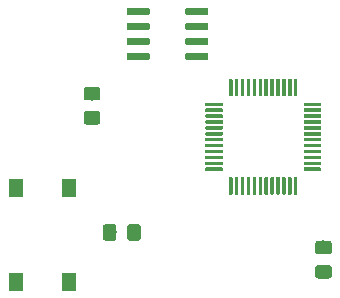
<source format=gbr>
G04 #@! TF.GenerationSoftware,KiCad,Pcbnew,(5.1.4)-1*
G04 #@! TF.CreationDate,2020-06-16T20:58:40+02:00*
G04 #@! TF.ProjectId,STM32F030C6_Board,53544d33-3246-4303-9330-43365f426f61,rev?*
G04 #@! TF.SameCoordinates,Original*
G04 #@! TF.FileFunction,Paste,Top*
G04 #@! TF.FilePolarity,Positive*
%FSLAX46Y46*%
G04 Gerber Fmt 4.6, Leading zero omitted, Abs format (unit mm)*
G04 Created by KiCad (PCBNEW (5.1.4)-1) date 2020-06-16 20:58:40*
%MOMM*%
%LPD*%
G04 APERTURE LIST*
%ADD10C,0.100000*%
%ADD11C,1.150000*%
%ADD12R,1.300000X1.550000*%
%ADD13C,0.600000*%
%ADD14C,0.300000*%
G04 APERTURE END LIST*
D10*
G36*
X159499505Y-113001204D02*
G01*
X159523773Y-113004804D01*
X159547572Y-113010765D01*
X159570671Y-113019030D01*
X159592850Y-113029520D01*
X159613893Y-113042132D01*
X159633599Y-113056747D01*
X159651777Y-113073223D01*
X159668253Y-113091401D01*
X159682868Y-113111107D01*
X159695480Y-113132150D01*
X159705970Y-113154329D01*
X159714235Y-113177428D01*
X159720196Y-113201227D01*
X159723796Y-113225495D01*
X159725000Y-113249999D01*
X159725000Y-114150001D01*
X159723796Y-114174505D01*
X159720196Y-114198773D01*
X159714235Y-114222572D01*
X159705970Y-114245671D01*
X159695480Y-114267850D01*
X159682868Y-114288893D01*
X159668253Y-114308599D01*
X159651777Y-114326777D01*
X159633599Y-114343253D01*
X159613893Y-114357868D01*
X159592850Y-114370480D01*
X159570671Y-114380970D01*
X159547572Y-114389235D01*
X159523773Y-114395196D01*
X159499505Y-114398796D01*
X159475001Y-114400000D01*
X158824999Y-114400000D01*
X158800495Y-114398796D01*
X158776227Y-114395196D01*
X158752428Y-114389235D01*
X158729329Y-114380970D01*
X158707150Y-114370480D01*
X158686107Y-114357868D01*
X158666401Y-114343253D01*
X158648223Y-114326777D01*
X158631747Y-114308599D01*
X158617132Y-114288893D01*
X158604520Y-114267850D01*
X158594030Y-114245671D01*
X158585765Y-114222572D01*
X158579804Y-114198773D01*
X158576204Y-114174505D01*
X158575000Y-114150001D01*
X158575000Y-113249999D01*
X158576204Y-113225495D01*
X158579804Y-113201227D01*
X158585765Y-113177428D01*
X158594030Y-113154329D01*
X158604520Y-113132150D01*
X158617132Y-113111107D01*
X158631747Y-113091401D01*
X158648223Y-113073223D01*
X158666401Y-113056747D01*
X158686107Y-113042132D01*
X158707150Y-113029520D01*
X158729329Y-113019030D01*
X158752428Y-113010765D01*
X158776227Y-113004804D01*
X158800495Y-113001204D01*
X158824999Y-113000000D01*
X159475001Y-113000000D01*
X159499505Y-113001204D01*
X159499505Y-113001204D01*
G37*
D11*
X159150000Y-113700000D03*
D10*
G36*
X157449505Y-113001204D02*
G01*
X157473773Y-113004804D01*
X157497572Y-113010765D01*
X157520671Y-113019030D01*
X157542850Y-113029520D01*
X157563893Y-113042132D01*
X157583599Y-113056747D01*
X157601777Y-113073223D01*
X157618253Y-113091401D01*
X157632868Y-113111107D01*
X157645480Y-113132150D01*
X157655970Y-113154329D01*
X157664235Y-113177428D01*
X157670196Y-113201227D01*
X157673796Y-113225495D01*
X157675000Y-113249999D01*
X157675000Y-114150001D01*
X157673796Y-114174505D01*
X157670196Y-114198773D01*
X157664235Y-114222572D01*
X157655970Y-114245671D01*
X157645480Y-114267850D01*
X157632868Y-114288893D01*
X157618253Y-114308599D01*
X157601777Y-114326777D01*
X157583599Y-114343253D01*
X157563893Y-114357868D01*
X157542850Y-114370480D01*
X157520671Y-114380970D01*
X157497572Y-114389235D01*
X157473773Y-114395196D01*
X157449505Y-114398796D01*
X157425001Y-114400000D01*
X156774999Y-114400000D01*
X156750495Y-114398796D01*
X156726227Y-114395196D01*
X156702428Y-114389235D01*
X156679329Y-114380970D01*
X156657150Y-114370480D01*
X156636107Y-114357868D01*
X156616401Y-114343253D01*
X156598223Y-114326777D01*
X156581747Y-114308599D01*
X156567132Y-114288893D01*
X156554520Y-114267850D01*
X156544030Y-114245671D01*
X156535765Y-114222572D01*
X156529804Y-114198773D01*
X156526204Y-114174505D01*
X156525000Y-114150001D01*
X156525000Y-113249999D01*
X156526204Y-113225495D01*
X156529804Y-113201227D01*
X156535765Y-113177428D01*
X156544030Y-113154329D01*
X156554520Y-113132150D01*
X156567132Y-113111107D01*
X156581747Y-113091401D01*
X156598223Y-113073223D01*
X156616401Y-113056747D01*
X156636107Y-113042132D01*
X156657150Y-113029520D01*
X156679329Y-113019030D01*
X156702428Y-113010765D01*
X156726227Y-113004804D01*
X156750495Y-113001204D01*
X156774999Y-113000000D01*
X157425001Y-113000000D01*
X157449505Y-113001204D01*
X157449505Y-113001204D01*
G37*
D11*
X157100000Y-113700000D03*
D10*
G36*
X175674505Y-114401204D02*
G01*
X175698773Y-114404804D01*
X175722572Y-114410765D01*
X175745671Y-114419030D01*
X175767850Y-114429520D01*
X175788893Y-114442132D01*
X175808599Y-114456747D01*
X175826777Y-114473223D01*
X175843253Y-114491401D01*
X175857868Y-114511107D01*
X175870480Y-114532150D01*
X175880970Y-114554329D01*
X175889235Y-114577428D01*
X175895196Y-114601227D01*
X175898796Y-114625495D01*
X175900000Y-114649999D01*
X175900000Y-115300001D01*
X175898796Y-115324505D01*
X175895196Y-115348773D01*
X175889235Y-115372572D01*
X175880970Y-115395671D01*
X175870480Y-115417850D01*
X175857868Y-115438893D01*
X175843253Y-115458599D01*
X175826777Y-115476777D01*
X175808599Y-115493253D01*
X175788893Y-115507868D01*
X175767850Y-115520480D01*
X175745671Y-115530970D01*
X175722572Y-115539235D01*
X175698773Y-115545196D01*
X175674505Y-115548796D01*
X175650001Y-115550000D01*
X174749999Y-115550000D01*
X174725495Y-115548796D01*
X174701227Y-115545196D01*
X174677428Y-115539235D01*
X174654329Y-115530970D01*
X174632150Y-115520480D01*
X174611107Y-115507868D01*
X174591401Y-115493253D01*
X174573223Y-115476777D01*
X174556747Y-115458599D01*
X174542132Y-115438893D01*
X174529520Y-115417850D01*
X174519030Y-115395671D01*
X174510765Y-115372572D01*
X174504804Y-115348773D01*
X174501204Y-115324505D01*
X174500000Y-115300001D01*
X174500000Y-114649999D01*
X174501204Y-114625495D01*
X174504804Y-114601227D01*
X174510765Y-114577428D01*
X174519030Y-114554329D01*
X174529520Y-114532150D01*
X174542132Y-114511107D01*
X174556747Y-114491401D01*
X174573223Y-114473223D01*
X174591401Y-114456747D01*
X174611107Y-114442132D01*
X174632150Y-114429520D01*
X174654329Y-114419030D01*
X174677428Y-114410765D01*
X174701227Y-114404804D01*
X174725495Y-114401204D01*
X174749999Y-114400000D01*
X175650001Y-114400000D01*
X175674505Y-114401204D01*
X175674505Y-114401204D01*
G37*
D11*
X175200000Y-114975000D03*
D10*
G36*
X175674505Y-116451204D02*
G01*
X175698773Y-116454804D01*
X175722572Y-116460765D01*
X175745671Y-116469030D01*
X175767850Y-116479520D01*
X175788893Y-116492132D01*
X175808599Y-116506747D01*
X175826777Y-116523223D01*
X175843253Y-116541401D01*
X175857868Y-116561107D01*
X175870480Y-116582150D01*
X175880970Y-116604329D01*
X175889235Y-116627428D01*
X175895196Y-116651227D01*
X175898796Y-116675495D01*
X175900000Y-116699999D01*
X175900000Y-117350001D01*
X175898796Y-117374505D01*
X175895196Y-117398773D01*
X175889235Y-117422572D01*
X175880970Y-117445671D01*
X175870480Y-117467850D01*
X175857868Y-117488893D01*
X175843253Y-117508599D01*
X175826777Y-117526777D01*
X175808599Y-117543253D01*
X175788893Y-117557868D01*
X175767850Y-117570480D01*
X175745671Y-117580970D01*
X175722572Y-117589235D01*
X175698773Y-117595196D01*
X175674505Y-117598796D01*
X175650001Y-117600000D01*
X174749999Y-117600000D01*
X174725495Y-117598796D01*
X174701227Y-117595196D01*
X174677428Y-117589235D01*
X174654329Y-117580970D01*
X174632150Y-117570480D01*
X174611107Y-117557868D01*
X174591401Y-117543253D01*
X174573223Y-117526777D01*
X174556747Y-117508599D01*
X174542132Y-117488893D01*
X174529520Y-117467850D01*
X174519030Y-117445671D01*
X174510765Y-117422572D01*
X174504804Y-117398773D01*
X174501204Y-117374505D01*
X174500000Y-117350001D01*
X174500000Y-116699999D01*
X174501204Y-116675495D01*
X174504804Y-116651227D01*
X174510765Y-116627428D01*
X174519030Y-116604329D01*
X174529520Y-116582150D01*
X174542132Y-116561107D01*
X174556747Y-116541401D01*
X174573223Y-116523223D01*
X174591401Y-116506747D01*
X174611107Y-116492132D01*
X174632150Y-116479520D01*
X174654329Y-116469030D01*
X174677428Y-116460765D01*
X174701227Y-116454804D01*
X174725495Y-116451204D01*
X174749999Y-116450000D01*
X175650001Y-116450000D01*
X175674505Y-116451204D01*
X175674505Y-116451204D01*
G37*
D11*
X175200000Y-117025000D03*
D10*
G36*
X156074505Y-101376204D02*
G01*
X156098773Y-101379804D01*
X156122572Y-101385765D01*
X156145671Y-101394030D01*
X156167850Y-101404520D01*
X156188893Y-101417132D01*
X156208599Y-101431747D01*
X156226777Y-101448223D01*
X156243253Y-101466401D01*
X156257868Y-101486107D01*
X156270480Y-101507150D01*
X156280970Y-101529329D01*
X156289235Y-101552428D01*
X156295196Y-101576227D01*
X156298796Y-101600495D01*
X156300000Y-101624999D01*
X156300000Y-102275001D01*
X156298796Y-102299505D01*
X156295196Y-102323773D01*
X156289235Y-102347572D01*
X156280970Y-102370671D01*
X156270480Y-102392850D01*
X156257868Y-102413893D01*
X156243253Y-102433599D01*
X156226777Y-102451777D01*
X156208599Y-102468253D01*
X156188893Y-102482868D01*
X156167850Y-102495480D01*
X156145671Y-102505970D01*
X156122572Y-102514235D01*
X156098773Y-102520196D01*
X156074505Y-102523796D01*
X156050001Y-102525000D01*
X155149999Y-102525000D01*
X155125495Y-102523796D01*
X155101227Y-102520196D01*
X155077428Y-102514235D01*
X155054329Y-102505970D01*
X155032150Y-102495480D01*
X155011107Y-102482868D01*
X154991401Y-102468253D01*
X154973223Y-102451777D01*
X154956747Y-102433599D01*
X154942132Y-102413893D01*
X154929520Y-102392850D01*
X154919030Y-102370671D01*
X154910765Y-102347572D01*
X154904804Y-102323773D01*
X154901204Y-102299505D01*
X154900000Y-102275001D01*
X154900000Y-101624999D01*
X154901204Y-101600495D01*
X154904804Y-101576227D01*
X154910765Y-101552428D01*
X154919030Y-101529329D01*
X154929520Y-101507150D01*
X154942132Y-101486107D01*
X154956747Y-101466401D01*
X154973223Y-101448223D01*
X154991401Y-101431747D01*
X155011107Y-101417132D01*
X155032150Y-101404520D01*
X155054329Y-101394030D01*
X155077428Y-101385765D01*
X155101227Y-101379804D01*
X155125495Y-101376204D01*
X155149999Y-101375000D01*
X156050001Y-101375000D01*
X156074505Y-101376204D01*
X156074505Y-101376204D01*
G37*
D11*
X155600000Y-101950000D03*
D10*
G36*
X156074505Y-103426204D02*
G01*
X156098773Y-103429804D01*
X156122572Y-103435765D01*
X156145671Y-103444030D01*
X156167850Y-103454520D01*
X156188893Y-103467132D01*
X156208599Y-103481747D01*
X156226777Y-103498223D01*
X156243253Y-103516401D01*
X156257868Y-103536107D01*
X156270480Y-103557150D01*
X156280970Y-103579329D01*
X156289235Y-103602428D01*
X156295196Y-103626227D01*
X156298796Y-103650495D01*
X156300000Y-103674999D01*
X156300000Y-104325001D01*
X156298796Y-104349505D01*
X156295196Y-104373773D01*
X156289235Y-104397572D01*
X156280970Y-104420671D01*
X156270480Y-104442850D01*
X156257868Y-104463893D01*
X156243253Y-104483599D01*
X156226777Y-104501777D01*
X156208599Y-104518253D01*
X156188893Y-104532868D01*
X156167850Y-104545480D01*
X156145671Y-104555970D01*
X156122572Y-104564235D01*
X156098773Y-104570196D01*
X156074505Y-104573796D01*
X156050001Y-104575000D01*
X155149999Y-104575000D01*
X155125495Y-104573796D01*
X155101227Y-104570196D01*
X155077428Y-104564235D01*
X155054329Y-104555970D01*
X155032150Y-104545480D01*
X155011107Y-104532868D01*
X154991401Y-104518253D01*
X154973223Y-104501777D01*
X154956747Y-104483599D01*
X154942132Y-104463893D01*
X154929520Y-104442850D01*
X154919030Y-104420671D01*
X154910765Y-104397572D01*
X154904804Y-104373773D01*
X154901204Y-104349505D01*
X154900000Y-104325001D01*
X154900000Y-103674999D01*
X154901204Y-103650495D01*
X154904804Y-103626227D01*
X154910765Y-103602428D01*
X154919030Y-103579329D01*
X154929520Y-103557150D01*
X154942132Y-103536107D01*
X154956747Y-103516401D01*
X154973223Y-103498223D01*
X154991401Y-103481747D01*
X155011107Y-103467132D01*
X155032150Y-103454520D01*
X155054329Y-103444030D01*
X155077428Y-103435765D01*
X155101227Y-103429804D01*
X155125495Y-103426204D01*
X155149999Y-103425000D01*
X156050001Y-103425000D01*
X156074505Y-103426204D01*
X156074505Y-103426204D01*
G37*
D11*
X155600000Y-104000000D03*
D12*
X149150000Y-109925000D03*
X153650000Y-109925000D03*
X153650000Y-117875000D03*
X149150000Y-117875000D03*
D10*
G36*
X165314703Y-98505722D02*
G01*
X165329264Y-98507882D01*
X165343543Y-98511459D01*
X165357403Y-98516418D01*
X165370710Y-98522712D01*
X165383336Y-98530280D01*
X165395159Y-98539048D01*
X165406066Y-98548934D01*
X165415952Y-98559841D01*
X165424720Y-98571664D01*
X165432288Y-98584290D01*
X165438582Y-98597597D01*
X165443541Y-98611457D01*
X165447118Y-98625736D01*
X165449278Y-98640297D01*
X165450000Y-98655000D01*
X165450000Y-98955000D01*
X165449278Y-98969703D01*
X165447118Y-98984264D01*
X165443541Y-98998543D01*
X165438582Y-99012403D01*
X165432288Y-99025710D01*
X165424720Y-99038336D01*
X165415952Y-99050159D01*
X165406066Y-99061066D01*
X165395159Y-99070952D01*
X165383336Y-99079720D01*
X165370710Y-99087288D01*
X165357403Y-99093582D01*
X165343543Y-99098541D01*
X165329264Y-99102118D01*
X165314703Y-99104278D01*
X165300000Y-99105000D01*
X163650000Y-99105000D01*
X163635297Y-99104278D01*
X163620736Y-99102118D01*
X163606457Y-99098541D01*
X163592597Y-99093582D01*
X163579290Y-99087288D01*
X163566664Y-99079720D01*
X163554841Y-99070952D01*
X163543934Y-99061066D01*
X163534048Y-99050159D01*
X163525280Y-99038336D01*
X163517712Y-99025710D01*
X163511418Y-99012403D01*
X163506459Y-98998543D01*
X163502882Y-98984264D01*
X163500722Y-98969703D01*
X163500000Y-98955000D01*
X163500000Y-98655000D01*
X163500722Y-98640297D01*
X163502882Y-98625736D01*
X163506459Y-98611457D01*
X163511418Y-98597597D01*
X163517712Y-98584290D01*
X163525280Y-98571664D01*
X163534048Y-98559841D01*
X163543934Y-98548934D01*
X163554841Y-98539048D01*
X163566664Y-98530280D01*
X163579290Y-98522712D01*
X163592597Y-98516418D01*
X163606457Y-98511459D01*
X163620736Y-98507882D01*
X163635297Y-98505722D01*
X163650000Y-98505000D01*
X165300000Y-98505000D01*
X165314703Y-98505722D01*
X165314703Y-98505722D01*
G37*
D13*
X164475000Y-98805000D03*
D10*
G36*
X165314703Y-97235722D02*
G01*
X165329264Y-97237882D01*
X165343543Y-97241459D01*
X165357403Y-97246418D01*
X165370710Y-97252712D01*
X165383336Y-97260280D01*
X165395159Y-97269048D01*
X165406066Y-97278934D01*
X165415952Y-97289841D01*
X165424720Y-97301664D01*
X165432288Y-97314290D01*
X165438582Y-97327597D01*
X165443541Y-97341457D01*
X165447118Y-97355736D01*
X165449278Y-97370297D01*
X165450000Y-97385000D01*
X165450000Y-97685000D01*
X165449278Y-97699703D01*
X165447118Y-97714264D01*
X165443541Y-97728543D01*
X165438582Y-97742403D01*
X165432288Y-97755710D01*
X165424720Y-97768336D01*
X165415952Y-97780159D01*
X165406066Y-97791066D01*
X165395159Y-97800952D01*
X165383336Y-97809720D01*
X165370710Y-97817288D01*
X165357403Y-97823582D01*
X165343543Y-97828541D01*
X165329264Y-97832118D01*
X165314703Y-97834278D01*
X165300000Y-97835000D01*
X163650000Y-97835000D01*
X163635297Y-97834278D01*
X163620736Y-97832118D01*
X163606457Y-97828541D01*
X163592597Y-97823582D01*
X163579290Y-97817288D01*
X163566664Y-97809720D01*
X163554841Y-97800952D01*
X163543934Y-97791066D01*
X163534048Y-97780159D01*
X163525280Y-97768336D01*
X163517712Y-97755710D01*
X163511418Y-97742403D01*
X163506459Y-97728543D01*
X163502882Y-97714264D01*
X163500722Y-97699703D01*
X163500000Y-97685000D01*
X163500000Y-97385000D01*
X163500722Y-97370297D01*
X163502882Y-97355736D01*
X163506459Y-97341457D01*
X163511418Y-97327597D01*
X163517712Y-97314290D01*
X163525280Y-97301664D01*
X163534048Y-97289841D01*
X163543934Y-97278934D01*
X163554841Y-97269048D01*
X163566664Y-97260280D01*
X163579290Y-97252712D01*
X163592597Y-97246418D01*
X163606457Y-97241459D01*
X163620736Y-97237882D01*
X163635297Y-97235722D01*
X163650000Y-97235000D01*
X165300000Y-97235000D01*
X165314703Y-97235722D01*
X165314703Y-97235722D01*
G37*
D13*
X164475000Y-97535000D03*
D10*
G36*
X165314703Y-95965722D02*
G01*
X165329264Y-95967882D01*
X165343543Y-95971459D01*
X165357403Y-95976418D01*
X165370710Y-95982712D01*
X165383336Y-95990280D01*
X165395159Y-95999048D01*
X165406066Y-96008934D01*
X165415952Y-96019841D01*
X165424720Y-96031664D01*
X165432288Y-96044290D01*
X165438582Y-96057597D01*
X165443541Y-96071457D01*
X165447118Y-96085736D01*
X165449278Y-96100297D01*
X165450000Y-96115000D01*
X165450000Y-96415000D01*
X165449278Y-96429703D01*
X165447118Y-96444264D01*
X165443541Y-96458543D01*
X165438582Y-96472403D01*
X165432288Y-96485710D01*
X165424720Y-96498336D01*
X165415952Y-96510159D01*
X165406066Y-96521066D01*
X165395159Y-96530952D01*
X165383336Y-96539720D01*
X165370710Y-96547288D01*
X165357403Y-96553582D01*
X165343543Y-96558541D01*
X165329264Y-96562118D01*
X165314703Y-96564278D01*
X165300000Y-96565000D01*
X163650000Y-96565000D01*
X163635297Y-96564278D01*
X163620736Y-96562118D01*
X163606457Y-96558541D01*
X163592597Y-96553582D01*
X163579290Y-96547288D01*
X163566664Y-96539720D01*
X163554841Y-96530952D01*
X163543934Y-96521066D01*
X163534048Y-96510159D01*
X163525280Y-96498336D01*
X163517712Y-96485710D01*
X163511418Y-96472403D01*
X163506459Y-96458543D01*
X163502882Y-96444264D01*
X163500722Y-96429703D01*
X163500000Y-96415000D01*
X163500000Y-96115000D01*
X163500722Y-96100297D01*
X163502882Y-96085736D01*
X163506459Y-96071457D01*
X163511418Y-96057597D01*
X163517712Y-96044290D01*
X163525280Y-96031664D01*
X163534048Y-96019841D01*
X163543934Y-96008934D01*
X163554841Y-95999048D01*
X163566664Y-95990280D01*
X163579290Y-95982712D01*
X163592597Y-95976418D01*
X163606457Y-95971459D01*
X163620736Y-95967882D01*
X163635297Y-95965722D01*
X163650000Y-95965000D01*
X165300000Y-95965000D01*
X165314703Y-95965722D01*
X165314703Y-95965722D01*
G37*
D13*
X164475000Y-96265000D03*
D10*
G36*
X165314703Y-94695722D02*
G01*
X165329264Y-94697882D01*
X165343543Y-94701459D01*
X165357403Y-94706418D01*
X165370710Y-94712712D01*
X165383336Y-94720280D01*
X165395159Y-94729048D01*
X165406066Y-94738934D01*
X165415952Y-94749841D01*
X165424720Y-94761664D01*
X165432288Y-94774290D01*
X165438582Y-94787597D01*
X165443541Y-94801457D01*
X165447118Y-94815736D01*
X165449278Y-94830297D01*
X165450000Y-94845000D01*
X165450000Y-95145000D01*
X165449278Y-95159703D01*
X165447118Y-95174264D01*
X165443541Y-95188543D01*
X165438582Y-95202403D01*
X165432288Y-95215710D01*
X165424720Y-95228336D01*
X165415952Y-95240159D01*
X165406066Y-95251066D01*
X165395159Y-95260952D01*
X165383336Y-95269720D01*
X165370710Y-95277288D01*
X165357403Y-95283582D01*
X165343543Y-95288541D01*
X165329264Y-95292118D01*
X165314703Y-95294278D01*
X165300000Y-95295000D01*
X163650000Y-95295000D01*
X163635297Y-95294278D01*
X163620736Y-95292118D01*
X163606457Y-95288541D01*
X163592597Y-95283582D01*
X163579290Y-95277288D01*
X163566664Y-95269720D01*
X163554841Y-95260952D01*
X163543934Y-95251066D01*
X163534048Y-95240159D01*
X163525280Y-95228336D01*
X163517712Y-95215710D01*
X163511418Y-95202403D01*
X163506459Y-95188543D01*
X163502882Y-95174264D01*
X163500722Y-95159703D01*
X163500000Y-95145000D01*
X163500000Y-94845000D01*
X163500722Y-94830297D01*
X163502882Y-94815736D01*
X163506459Y-94801457D01*
X163511418Y-94787597D01*
X163517712Y-94774290D01*
X163525280Y-94761664D01*
X163534048Y-94749841D01*
X163543934Y-94738934D01*
X163554841Y-94729048D01*
X163566664Y-94720280D01*
X163579290Y-94712712D01*
X163592597Y-94706418D01*
X163606457Y-94701459D01*
X163620736Y-94697882D01*
X163635297Y-94695722D01*
X163650000Y-94695000D01*
X165300000Y-94695000D01*
X165314703Y-94695722D01*
X165314703Y-94695722D01*
G37*
D13*
X164475000Y-94995000D03*
D10*
G36*
X160364703Y-94695722D02*
G01*
X160379264Y-94697882D01*
X160393543Y-94701459D01*
X160407403Y-94706418D01*
X160420710Y-94712712D01*
X160433336Y-94720280D01*
X160445159Y-94729048D01*
X160456066Y-94738934D01*
X160465952Y-94749841D01*
X160474720Y-94761664D01*
X160482288Y-94774290D01*
X160488582Y-94787597D01*
X160493541Y-94801457D01*
X160497118Y-94815736D01*
X160499278Y-94830297D01*
X160500000Y-94845000D01*
X160500000Y-95145000D01*
X160499278Y-95159703D01*
X160497118Y-95174264D01*
X160493541Y-95188543D01*
X160488582Y-95202403D01*
X160482288Y-95215710D01*
X160474720Y-95228336D01*
X160465952Y-95240159D01*
X160456066Y-95251066D01*
X160445159Y-95260952D01*
X160433336Y-95269720D01*
X160420710Y-95277288D01*
X160407403Y-95283582D01*
X160393543Y-95288541D01*
X160379264Y-95292118D01*
X160364703Y-95294278D01*
X160350000Y-95295000D01*
X158700000Y-95295000D01*
X158685297Y-95294278D01*
X158670736Y-95292118D01*
X158656457Y-95288541D01*
X158642597Y-95283582D01*
X158629290Y-95277288D01*
X158616664Y-95269720D01*
X158604841Y-95260952D01*
X158593934Y-95251066D01*
X158584048Y-95240159D01*
X158575280Y-95228336D01*
X158567712Y-95215710D01*
X158561418Y-95202403D01*
X158556459Y-95188543D01*
X158552882Y-95174264D01*
X158550722Y-95159703D01*
X158550000Y-95145000D01*
X158550000Y-94845000D01*
X158550722Y-94830297D01*
X158552882Y-94815736D01*
X158556459Y-94801457D01*
X158561418Y-94787597D01*
X158567712Y-94774290D01*
X158575280Y-94761664D01*
X158584048Y-94749841D01*
X158593934Y-94738934D01*
X158604841Y-94729048D01*
X158616664Y-94720280D01*
X158629290Y-94712712D01*
X158642597Y-94706418D01*
X158656457Y-94701459D01*
X158670736Y-94697882D01*
X158685297Y-94695722D01*
X158700000Y-94695000D01*
X160350000Y-94695000D01*
X160364703Y-94695722D01*
X160364703Y-94695722D01*
G37*
D13*
X159525000Y-94995000D03*
D10*
G36*
X160364703Y-95965722D02*
G01*
X160379264Y-95967882D01*
X160393543Y-95971459D01*
X160407403Y-95976418D01*
X160420710Y-95982712D01*
X160433336Y-95990280D01*
X160445159Y-95999048D01*
X160456066Y-96008934D01*
X160465952Y-96019841D01*
X160474720Y-96031664D01*
X160482288Y-96044290D01*
X160488582Y-96057597D01*
X160493541Y-96071457D01*
X160497118Y-96085736D01*
X160499278Y-96100297D01*
X160500000Y-96115000D01*
X160500000Y-96415000D01*
X160499278Y-96429703D01*
X160497118Y-96444264D01*
X160493541Y-96458543D01*
X160488582Y-96472403D01*
X160482288Y-96485710D01*
X160474720Y-96498336D01*
X160465952Y-96510159D01*
X160456066Y-96521066D01*
X160445159Y-96530952D01*
X160433336Y-96539720D01*
X160420710Y-96547288D01*
X160407403Y-96553582D01*
X160393543Y-96558541D01*
X160379264Y-96562118D01*
X160364703Y-96564278D01*
X160350000Y-96565000D01*
X158700000Y-96565000D01*
X158685297Y-96564278D01*
X158670736Y-96562118D01*
X158656457Y-96558541D01*
X158642597Y-96553582D01*
X158629290Y-96547288D01*
X158616664Y-96539720D01*
X158604841Y-96530952D01*
X158593934Y-96521066D01*
X158584048Y-96510159D01*
X158575280Y-96498336D01*
X158567712Y-96485710D01*
X158561418Y-96472403D01*
X158556459Y-96458543D01*
X158552882Y-96444264D01*
X158550722Y-96429703D01*
X158550000Y-96415000D01*
X158550000Y-96115000D01*
X158550722Y-96100297D01*
X158552882Y-96085736D01*
X158556459Y-96071457D01*
X158561418Y-96057597D01*
X158567712Y-96044290D01*
X158575280Y-96031664D01*
X158584048Y-96019841D01*
X158593934Y-96008934D01*
X158604841Y-95999048D01*
X158616664Y-95990280D01*
X158629290Y-95982712D01*
X158642597Y-95976418D01*
X158656457Y-95971459D01*
X158670736Y-95967882D01*
X158685297Y-95965722D01*
X158700000Y-95965000D01*
X160350000Y-95965000D01*
X160364703Y-95965722D01*
X160364703Y-95965722D01*
G37*
D13*
X159525000Y-96265000D03*
D10*
G36*
X160364703Y-97235722D02*
G01*
X160379264Y-97237882D01*
X160393543Y-97241459D01*
X160407403Y-97246418D01*
X160420710Y-97252712D01*
X160433336Y-97260280D01*
X160445159Y-97269048D01*
X160456066Y-97278934D01*
X160465952Y-97289841D01*
X160474720Y-97301664D01*
X160482288Y-97314290D01*
X160488582Y-97327597D01*
X160493541Y-97341457D01*
X160497118Y-97355736D01*
X160499278Y-97370297D01*
X160500000Y-97385000D01*
X160500000Y-97685000D01*
X160499278Y-97699703D01*
X160497118Y-97714264D01*
X160493541Y-97728543D01*
X160488582Y-97742403D01*
X160482288Y-97755710D01*
X160474720Y-97768336D01*
X160465952Y-97780159D01*
X160456066Y-97791066D01*
X160445159Y-97800952D01*
X160433336Y-97809720D01*
X160420710Y-97817288D01*
X160407403Y-97823582D01*
X160393543Y-97828541D01*
X160379264Y-97832118D01*
X160364703Y-97834278D01*
X160350000Y-97835000D01*
X158700000Y-97835000D01*
X158685297Y-97834278D01*
X158670736Y-97832118D01*
X158656457Y-97828541D01*
X158642597Y-97823582D01*
X158629290Y-97817288D01*
X158616664Y-97809720D01*
X158604841Y-97800952D01*
X158593934Y-97791066D01*
X158584048Y-97780159D01*
X158575280Y-97768336D01*
X158567712Y-97755710D01*
X158561418Y-97742403D01*
X158556459Y-97728543D01*
X158552882Y-97714264D01*
X158550722Y-97699703D01*
X158550000Y-97685000D01*
X158550000Y-97385000D01*
X158550722Y-97370297D01*
X158552882Y-97355736D01*
X158556459Y-97341457D01*
X158561418Y-97327597D01*
X158567712Y-97314290D01*
X158575280Y-97301664D01*
X158584048Y-97289841D01*
X158593934Y-97278934D01*
X158604841Y-97269048D01*
X158616664Y-97260280D01*
X158629290Y-97252712D01*
X158642597Y-97246418D01*
X158656457Y-97241459D01*
X158670736Y-97237882D01*
X158685297Y-97235722D01*
X158700000Y-97235000D01*
X160350000Y-97235000D01*
X160364703Y-97235722D01*
X160364703Y-97235722D01*
G37*
D13*
X159525000Y-97535000D03*
D10*
G36*
X160364703Y-98505722D02*
G01*
X160379264Y-98507882D01*
X160393543Y-98511459D01*
X160407403Y-98516418D01*
X160420710Y-98522712D01*
X160433336Y-98530280D01*
X160445159Y-98539048D01*
X160456066Y-98548934D01*
X160465952Y-98559841D01*
X160474720Y-98571664D01*
X160482288Y-98584290D01*
X160488582Y-98597597D01*
X160493541Y-98611457D01*
X160497118Y-98625736D01*
X160499278Y-98640297D01*
X160500000Y-98655000D01*
X160500000Y-98955000D01*
X160499278Y-98969703D01*
X160497118Y-98984264D01*
X160493541Y-98998543D01*
X160488582Y-99012403D01*
X160482288Y-99025710D01*
X160474720Y-99038336D01*
X160465952Y-99050159D01*
X160456066Y-99061066D01*
X160445159Y-99070952D01*
X160433336Y-99079720D01*
X160420710Y-99087288D01*
X160407403Y-99093582D01*
X160393543Y-99098541D01*
X160379264Y-99102118D01*
X160364703Y-99104278D01*
X160350000Y-99105000D01*
X158700000Y-99105000D01*
X158685297Y-99104278D01*
X158670736Y-99102118D01*
X158656457Y-99098541D01*
X158642597Y-99093582D01*
X158629290Y-99087288D01*
X158616664Y-99079720D01*
X158604841Y-99070952D01*
X158593934Y-99061066D01*
X158584048Y-99050159D01*
X158575280Y-99038336D01*
X158567712Y-99025710D01*
X158561418Y-99012403D01*
X158556459Y-98998543D01*
X158552882Y-98984264D01*
X158550722Y-98969703D01*
X158550000Y-98955000D01*
X158550000Y-98655000D01*
X158550722Y-98640297D01*
X158552882Y-98625736D01*
X158556459Y-98611457D01*
X158561418Y-98597597D01*
X158567712Y-98584290D01*
X158575280Y-98571664D01*
X158584048Y-98559841D01*
X158593934Y-98548934D01*
X158604841Y-98539048D01*
X158616664Y-98530280D01*
X158629290Y-98522712D01*
X158642597Y-98516418D01*
X158656457Y-98511459D01*
X158670736Y-98507882D01*
X158685297Y-98505722D01*
X158700000Y-98505000D01*
X160350000Y-98505000D01*
X160364703Y-98505722D01*
X160364703Y-98505722D01*
G37*
D13*
X159525000Y-98805000D03*
D10*
G36*
X166607351Y-102700361D02*
G01*
X166614632Y-102701441D01*
X166621771Y-102703229D01*
X166628701Y-102705709D01*
X166635355Y-102708856D01*
X166641668Y-102712640D01*
X166647579Y-102717024D01*
X166653033Y-102721967D01*
X166657976Y-102727421D01*
X166662360Y-102733332D01*
X166666144Y-102739645D01*
X166669291Y-102746299D01*
X166671771Y-102753229D01*
X166673559Y-102760368D01*
X166674639Y-102767649D01*
X166675000Y-102775000D01*
X166675000Y-102925000D01*
X166674639Y-102932351D01*
X166673559Y-102939632D01*
X166671771Y-102946771D01*
X166669291Y-102953701D01*
X166666144Y-102960355D01*
X166662360Y-102966668D01*
X166657976Y-102972579D01*
X166653033Y-102978033D01*
X166647579Y-102982976D01*
X166641668Y-102987360D01*
X166635355Y-102991144D01*
X166628701Y-102994291D01*
X166621771Y-102996771D01*
X166614632Y-102998559D01*
X166607351Y-102999639D01*
X166600000Y-103000000D01*
X165275000Y-103000000D01*
X165267649Y-102999639D01*
X165260368Y-102998559D01*
X165253229Y-102996771D01*
X165246299Y-102994291D01*
X165239645Y-102991144D01*
X165233332Y-102987360D01*
X165227421Y-102982976D01*
X165221967Y-102978033D01*
X165217024Y-102972579D01*
X165212640Y-102966668D01*
X165208856Y-102960355D01*
X165205709Y-102953701D01*
X165203229Y-102946771D01*
X165201441Y-102939632D01*
X165200361Y-102932351D01*
X165200000Y-102925000D01*
X165200000Y-102775000D01*
X165200361Y-102767649D01*
X165201441Y-102760368D01*
X165203229Y-102753229D01*
X165205709Y-102746299D01*
X165208856Y-102739645D01*
X165212640Y-102733332D01*
X165217024Y-102727421D01*
X165221967Y-102721967D01*
X165227421Y-102717024D01*
X165233332Y-102712640D01*
X165239645Y-102708856D01*
X165246299Y-102705709D01*
X165253229Y-102703229D01*
X165260368Y-102701441D01*
X165267649Y-102700361D01*
X165275000Y-102700000D01*
X166600000Y-102700000D01*
X166607351Y-102700361D01*
X166607351Y-102700361D01*
G37*
D14*
X165937500Y-102850000D03*
D10*
G36*
X166607351Y-103200361D02*
G01*
X166614632Y-103201441D01*
X166621771Y-103203229D01*
X166628701Y-103205709D01*
X166635355Y-103208856D01*
X166641668Y-103212640D01*
X166647579Y-103217024D01*
X166653033Y-103221967D01*
X166657976Y-103227421D01*
X166662360Y-103233332D01*
X166666144Y-103239645D01*
X166669291Y-103246299D01*
X166671771Y-103253229D01*
X166673559Y-103260368D01*
X166674639Y-103267649D01*
X166675000Y-103275000D01*
X166675000Y-103425000D01*
X166674639Y-103432351D01*
X166673559Y-103439632D01*
X166671771Y-103446771D01*
X166669291Y-103453701D01*
X166666144Y-103460355D01*
X166662360Y-103466668D01*
X166657976Y-103472579D01*
X166653033Y-103478033D01*
X166647579Y-103482976D01*
X166641668Y-103487360D01*
X166635355Y-103491144D01*
X166628701Y-103494291D01*
X166621771Y-103496771D01*
X166614632Y-103498559D01*
X166607351Y-103499639D01*
X166600000Y-103500000D01*
X165275000Y-103500000D01*
X165267649Y-103499639D01*
X165260368Y-103498559D01*
X165253229Y-103496771D01*
X165246299Y-103494291D01*
X165239645Y-103491144D01*
X165233332Y-103487360D01*
X165227421Y-103482976D01*
X165221967Y-103478033D01*
X165217024Y-103472579D01*
X165212640Y-103466668D01*
X165208856Y-103460355D01*
X165205709Y-103453701D01*
X165203229Y-103446771D01*
X165201441Y-103439632D01*
X165200361Y-103432351D01*
X165200000Y-103425000D01*
X165200000Y-103275000D01*
X165200361Y-103267649D01*
X165201441Y-103260368D01*
X165203229Y-103253229D01*
X165205709Y-103246299D01*
X165208856Y-103239645D01*
X165212640Y-103233332D01*
X165217024Y-103227421D01*
X165221967Y-103221967D01*
X165227421Y-103217024D01*
X165233332Y-103212640D01*
X165239645Y-103208856D01*
X165246299Y-103205709D01*
X165253229Y-103203229D01*
X165260368Y-103201441D01*
X165267649Y-103200361D01*
X165275000Y-103200000D01*
X166600000Y-103200000D01*
X166607351Y-103200361D01*
X166607351Y-103200361D01*
G37*
D14*
X165937500Y-103350000D03*
D10*
G36*
X166607351Y-103700361D02*
G01*
X166614632Y-103701441D01*
X166621771Y-103703229D01*
X166628701Y-103705709D01*
X166635355Y-103708856D01*
X166641668Y-103712640D01*
X166647579Y-103717024D01*
X166653033Y-103721967D01*
X166657976Y-103727421D01*
X166662360Y-103733332D01*
X166666144Y-103739645D01*
X166669291Y-103746299D01*
X166671771Y-103753229D01*
X166673559Y-103760368D01*
X166674639Y-103767649D01*
X166675000Y-103775000D01*
X166675000Y-103925000D01*
X166674639Y-103932351D01*
X166673559Y-103939632D01*
X166671771Y-103946771D01*
X166669291Y-103953701D01*
X166666144Y-103960355D01*
X166662360Y-103966668D01*
X166657976Y-103972579D01*
X166653033Y-103978033D01*
X166647579Y-103982976D01*
X166641668Y-103987360D01*
X166635355Y-103991144D01*
X166628701Y-103994291D01*
X166621771Y-103996771D01*
X166614632Y-103998559D01*
X166607351Y-103999639D01*
X166600000Y-104000000D01*
X165275000Y-104000000D01*
X165267649Y-103999639D01*
X165260368Y-103998559D01*
X165253229Y-103996771D01*
X165246299Y-103994291D01*
X165239645Y-103991144D01*
X165233332Y-103987360D01*
X165227421Y-103982976D01*
X165221967Y-103978033D01*
X165217024Y-103972579D01*
X165212640Y-103966668D01*
X165208856Y-103960355D01*
X165205709Y-103953701D01*
X165203229Y-103946771D01*
X165201441Y-103939632D01*
X165200361Y-103932351D01*
X165200000Y-103925000D01*
X165200000Y-103775000D01*
X165200361Y-103767649D01*
X165201441Y-103760368D01*
X165203229Y-103753229D01*
X165205709Y-103746299D01*
X165208856Y-103739645D01*
X165212640Y-103733332D01*
X165217024Y-103727421D01*
X165221967Y-103721967D01*
X165227421Y-103717024D01*
X165233332Y-103712640D01*
X165239645Y-103708856D01*
X165246299Y-103705709D01*
X165253229Y-103703229D01*
X165260368Y-103701441D01*
X165267649Y-103700361D01*
X165275000Y-103700000D01*
X166600000Y-103700000D01*
X166607351Y-103700361D01*
X166607351Y-103700361D01*
G37*
D14*
X165937500Y-103850000D03*
D10*
G36*
X166607351Y-104200361D02*
G01*
X166614632Y-104201441D01*
X166621771Y-104203229D01*
X166628701Y-104205709D01*
X166635355Y-104208856D01*
X166641668Y-104212640D01*
X166647579Y-104217024D01*
X166653033Y-104221967D01*
X166657976Y-104227421D01*
X166662360Y-104233332D01*
X166666144Y-104239645D01*
X166669291Y-104246299D01*
X166671771Y-104253229D01*
X166673559Y-104260368D01*
X166674639Y-104267649D01*
X166675000Y-104275000D01*
X166675000Y-104425000D01*
X166674639Y-104432351D01*
X166673559Y-104439632D01*
X166671771Y-104446771D01*
X166669291Y-104453701D01*
X166666144Y-104460355D01*
X166662360Y-104466668D01*
X166657976Y-104472579D01*
X166653033Y-104478033D01*
X166647579Y-104482976D01*
X166641668Y-104487360D01*
X166635355Y-104491144D01*
X166628701Y-104494291D01*
X166621771Y-104496771D01*
X166614632Y-104498559D01*
X166607351Y-104499639D01*
X166600000Y-104500000D01*
X165275000Y-104500000D01*
X165267649Y-104499639D01*
X165260368Y-104498559D01*
X165253229Y-104496771D01*
X165246299Y-104494291D01*
X165239645Y-104491144D01*
X165233332Y-104487360D01*
X165227421Y-104482976D01*
X165221967Y-104478033D01*
X165217024Y-104472579D01*
X165212640Y-104466668D01*
X165208856Y-104460355D01*
X165205709Y-104453701D01*
X165203229Y-104446771D01*
X165201441Y-104439632D01*
X165200361Y-104432351D01*
X165200000Y-104425000D01*
X165200000Y-104275000D01*
X165200361Y-104267649D01*
X165201441Y-104260368D01*
X165203229Y-104253229D01*
X165205709Y-104246299D01*
X165208856Y-104239645D01*
X165212640Y-104233332D01*
X165217024Y-104227421D01*
X165221967Y-104221967D01*
X165227421Y-104217024D01*
X165233332Y-104212640D01*
X165239645Y-104208856D01*
X165246299Y-104205709D01*
X165253229Y-104203229D01*
X165260368Y-104201441D01*
X165267649Y-104200361D01*
X165275000Y-104200000D01*
X166600000Y-104200000D01*
X166607351Y-104200361D01*
X166607351Y-104200361D01*
G37*
D14*
X165937500Y-104350000D03*
D10*
G36*
X166607351Y-104700361D02*
G01*
X166614632Y-104701441D01*
X166621771Y-104703229D01*
X166628701Y-104705709D01*
X166635355Y-104708856D01*
X166641668Y-104712640D01*
X166647579Y-104717024D01*
X166653033Y-104721967D01*
X166657976Y-104727421D01*
X166662360Y-104733332D01*
X166666144Y-104739645D01*
X166669291Y-104746299D01*
X166671771Y-104753229D01*
X166673559Y-104760368D01*
X166674639Y-104767649D01*
X166675000Y-104775000D01*
X166675000Y-104925000D01*
X166674639Y-104932351D01*
X166673559Y-104939632D01*
X166671771Y-104946771D01*
X166669291Y-104953701D01*
X166666144Y-104960355D01*
X166662360Y-104966668D01*
X166657976Y-104972579D01*
X166653033Y-104978033D01*
X166647579Y-104982976D01*
X166641668Y-104987360D01*
X166635355Y-104991144D01*
X166628701Y-104994291D01*
X166621771Y-104996771D01*
X166614632Y-104998559D01*
X166607351Y-104999639D01*
X166600000Y-105000000D01*
X165275000Y-105000000D01*
X165267649Y-104999639D01*
X165260368Y-104998559D01*
X165253229Y-104996771D01*
X165246299Y-104994291D01*
X165239645Y-104991144D01*
X165233332Y-104987360D01*
X165227421Y-104982976D01*
X165221967Y-104978033D01*
X165217024Y-104972579D01*
X165212640Y-104966668D01*
X165208856Y-104960355D01*
X165205709Y-104953701D01*
X165203229Y-104946771D01*
X165201441Y-104939632D01*
X165200361Y-104932351D01*
X165200000Y-104925000D01*
X165200000Y-104775000D01*
X165200361Y-104767649D01*
X165201441Y-104760368D01*
X165203229Y-104753229D01*
X165205709Y-104746299D01*
X165208856Y-104739645D01*
X165212640Y-104733332D01*
X165217024Y-104727421D01*
X165221967Y-104721967D01*
X165227421Y-104717024D01*
X165233332Y-104712640D01*
X165239645Y-104708856D01*
X165246299Y-104705709D01*
X165253229Y-104703229D01*
X165260368Y-104701441D01*
X165267649Y-104700361D01*
X165275000Y-104700000D01*
X166600000Y-104700000D01*
X166607351Y-104700361D01*
X166607351Y-104700361D01*
G37*
D14*
X165937500Y-104850000D03*
D10*
G36*
X166607351Y-105200361D02*
G01*
X166614632Y-105201441D01*
X166621771Y-105203229D01*
X166628701Y-105205709D01*
X166635355Y-105208856D01*
X166641668Y-105212640D01*
X166647579Y-105217024D01*
X166653033Y-105221967D01*
X166657976Y-105227421D01*
X166662360Y-105233332D01*
X166666144Y-105239645D01*
X166669291Y-105246299D01*
X166671771Y-105253229D01*
X166673559Y-105260368D01*
X166674639Y-105267649D01*
X166675000Y-105275000D01*
X166675000Y-105425000D01*
X166674639Y-105432351D01*
X166673559Y-105439632D01*
X166671771Y-105446771D01*
X166669291Y-105453701D01*
X166666144Y-105460355D01*
X166662360Y-105466668D01*
X166657976Y-105472579D01*
X166653033Y-105478033D01*
X166647579Y-105482976D01*
X166641668Y-105487360D01*
X166635355Y-105491144D01*
X166628701Y-105494291D01*
X166621771Y-105496771D01*
X166614632Y-105498559D01*
X166607351Y-105499639D01*
X166600000Y-105500000D01*
X165275000Y-105500000D01*
X165267649Y-105499639D01*
X165260368Y-105498559D01*
X165253229Y-105496771D01*
X165246299Y-105494291D01*
X165239645Y-105491144D01*
X165233332Y-105487360D01*
X165227421Y-105482976D01*
X165221967Y-105478033D01*
X165217024Y-105472579D01*
X165212640Y-105466668D01*
X165208856Y-105460355D01*
X165205709Y-105453701D01*
X165203229Y-105446771D01*
X165201441Y-105439632D01*
X165200361Y-105432351D01*
X165200000Y-105425000D01*
X165200000Y-105275000D01*
X165200361Y-105267649D01*
X165201441Y-105260368D01*
X165203229Y-105253229D01*
X165205709Y-105246299D01*
X165208856Y-105239645D01*
X165212640Y-105233332D01*
X165217024Y-105227421D01*
X165221967Y-105221967D01*
X165227421Y-105217024D01*
X165233332Y-105212640D01*
X165239645Y-105208856D01*
X165246299Y-105205709D01*
X165253229Y-105203229D01*
X165260368Y-105201441D01*
X165267649Y-105200361D01*
X165275000Y-105200000D01*
X166600000Y-105200000D01*
X166607351Y-105200361D01*
X166607351Y-105200361D01*
G37*
D14*
X165937500Y-105350000D03*
D10*
G36*
X166607351Y-105700361D02*
G01*
X166614632Y-105701441D01*
X166621771Y-105703229D01*
X166628701Y-105705709D01*
X166635355Y-105708856D01*
X166641668Y-105712640D01*
X166647579Y-105717024D01*
X166653033Y-105721967D01*
X166657976Y-105727421D01*
X166662360Y-105733332D01*
X166666144Y-105739645D01*
X166669291Y-105746299D01*
X166671771Y-105753229D01*
X166673559Y-105760368D01*
X166674639Y-105767649D01*
X166675000Y-105775000D01*
X166675000Y-105925000D01*
X166674639Y-105932351D01*
X166673559Y-105939632D01*
X166671771Y-105946771D01*
X166669291Y-105953701D01*
X166666144Y-105960355D01*
X166662360Y-105966668D01*
X166657976Y-105972579D01*
X166653033Y-105978033D01*
X166647579Y-105982976D01*
X166641668Y-105987360D01*
X166635355Y-105991144D01*
X166628701Y-105994291D01*
X166621771Y-105996771D01*
X166614632Y-105998559D01*
X166607351Y-105999639D01*
X166600000Y-106000000D01*
X165275000Y-106000000D01*
X165267649Y-105999639D01*
X165260368Y-105998559D01*
X165253229Y-105996771D01*
X165246299Y-105994291D01*
X165239645Y-105991144D01*
X165233332Y-105987360D01*
X165227421Y-105982976D01*
X165221967Y-105978033D01*
X165217024Y-105972579D01*
X165212640Y-105966668D01*
X165208856Y-105960355D01*
X165205709Y-105953701D01*
X165203229Y-105946771D01*
X165201441Y-105939632D01*
X165200361Y-105932351D01*
X165200000Y-105925000D01*
X165200000Y-105775000D01*
X165200361Y-105767649D01*
X165201441Y-105760368D01*
X165203229Y-105753229D01*
X165205709Y-105746299D01*
X165208856Y-105739645D01*
X165212640Y-105733332D01*
X165217024Y-105727421D01*
X165221967Y-105721967D01*
X165227421Y-105717024D01*
X165233332Y-105712640D01*
X165239645Y-105708856D01*
X165246299Y-105705709D01*
X165253229Y-105703229D01*
X165260368Y-105701441D01*
X165267649Y-105700361D01*
X165275000Y-105700000D01*
X166600000Y-105700000D01*
X166607351Y-105700361D01*
X166607351Y-105700361D01*
G37*
D14*
X165937500Y-105850000D03*
D10*
G36*
X166607351Y-106200361D02*
G01*
X166614632Y-106201441D01*
X166621771Y-106203229D01*
X166628701Y-106205709D01*
X166635355Y-106208856D01*
X166641668Y-106212640D01*
X166647579Y-106217024D01*
X166653033Y-106221967D01*
X166657976Y-106227421D01*
X166662360Y-106233332D01*
X166666144Y-106239645D01*
X166669291Y-106246299D01*
X166671771Y-106253229D01*
X166673559Y-106260368D01*
X166674639Y-106267649D01*
X166675000Y-106275000D01*
X166675000Y-106425000D01*
X166674639Y-106432351D01*
X166673559Y-106439632D01*
X166671771Y-106446771D01*
X166669291Y-106453701D01*
X166666144Y-106460355D01*
X166662360Y-106466668D01*
X166657976Y-106472579D01*
X166653033Y-106478033D01*
X166647579Y-106482976D01*
X166641668Y-106487360D01*
X166635355Y-106491144D01*
X166628701Y-106494291D01*
X166621771Y-106496771D01*
X166614632Y-106498559D01*
X166607351Y-106499639D01*
X166600000Y-106500000D01*
X165275000Y-106500000D01*
X165267649Y-106499639D01*
X165260368Y-106498559D01*
X165253229Y-106496771D01*
X165246299Y-106494291D01*
X165239645Y-106491144D01*
X165233332Y-106487360D01*
X165227421Y-106482976D01*
X165221967Y-106478033D01*
X165217024Y-106472579D01*
X165212640Y-106466668D01*
X165208856Y-106460355D01*
X165205709Y-106453701D01*
X165203229Y-106446771D01*
X165201441Y-106439632D01*
X165200361Y-106432351D01*
X165200000Y-106425000D01*
X165200000Y-106275000D01*
X165200361Y-106267649D01*
X165201441Y-106260368D01*
X165203229Y-106253229D01*
X165205709Y-106246299D01*
X165208856Y-106239645D01*
X165212640Y-106233332D01*
X165217024Y-106227421D01*
X165221967Y-106221967D01*
X165227421Y-106217024D01*
X165233332Y-106212640D01*
X165239645Y-106208856D01*
X165246299Y-106205709D01*
X165253229Y-106203229D01*
X165260368Y-106201441D01*
X165267649Y-106200361D01*
X165275000Y-106200000D01*
X166600000Y-106200000D01*
X166607351Y-106200361D01*
X166607351Y-106200361D01*
G37*
D14*
X165937500Y-106350000D03*
D10*
G36*
X166607351Y-106700361D02*
G01*
X166614632Y-106701441D01*
X166621771Y-106703229D01*
X166628701Y-106705709D01*
X166635355Y-106708856D01*
X166641668Y-106712640D01*
X166647579Y-106717024D01*
X166653033Y-106721967D01*
X166657976Y-106727421D01*
X166662360Y-106733332D01*
X166666144Y-106739645D01*
X166669291Y-106746299D01*
X166671771Y-106753229D01*
X166673559Y-106760368D01*
X166674639Y-106767649D01*
X166675000Y-106775000D01*
X166675000Y-106925000D01*
X166674639Y-106932351D01*
X166673559Y-106939632D01*
X166671771Y-106946771D01*
X166669291Y-106953701D01*
X166666144Y-106960355D01*
X166662360Y-106966668D01*
X166657976Y-106972579D01*
X166653033Y-106978033D01*
X166647579Y-106982976D01*
X166641668Y-106987360D01*
X166635355Y-106991144D01*
X166628701Y-106994291D01*
X166621771Y-106996771D01*
X166614632Y-106998559D01*
X166607351Y-106999639D01*
X166600000Y-107000000D01*
X165275000Y-107000000D01*
X165267649Y-106999639D01*
X165260368Y-106998559D01*
X165253229Y-106996771D01*
X165246299Y-106994291D01*
X165239645Y-106991144D01*
X165233332Y-106987360D01*
X165227421Y-106982976D01*
X165221967Y-106978033D01*
X165217024Y-106972579D01*
X165212640Y-106966668D01*
X165208856Y-106960355D01*
X165205709Y-106953701D01*
X165203229Y-106946771D01*
X165201441Y-106939632D01*
X165200361Y-106932351D01*
X165200000Y-106925000D01*
X165200000Y-106775000D01*
X165200361Y-106767649D01*
X165201441Y-106760368D01*
X165203229Y-106753229D01*
X165205709Y-106746299D01*
X165208856Y-106739645D01*
X165212640Y-106733332D01*
X165217024Y-106727421D01*
X165221967Y-106721967D01*
X165227421Y-106717024D01*
X165233332Y-106712640D01*
X165239645Y-106708856D01*
X165246299Y-106705709D01*
X165253229Y-106703229D01*
X165260368Y-106701441D01*
X165267649Y-106700361D01*
X165275000Y-106700000D01*
X166600000Y-106700000D01*
X166607351Y-106700361D01*
X166607351Y-106700361D01*
G37*
D14*
X165937500Y-106850000D03*
D10*
G36*
X166607351Y-107200361D02*
G01*
X166614632Y-107201441D01*
X166621771Y-107203229D01*
X166628701Y-107205709D01*
X166635355Y-107208856D01*
X166641668Y-107212640D01*
X166647579Y-107217024D01*
X166653033Y-107221967D01*
X166657976Y-107227421D01*
X166662360Y-107233332D01*
X166666144Y-107239645D01*
X166669291Y-107246299D01*
X166671771Y-107253229D01*
X166673559Y-107260368D01*
X166674639Y-107267649D01*
X166675000Y-107275000D01*
X166675000Y-107425000D01*
X166674639Y-107432351D01*
X166673559Y-107439632D01*
X166671771Y-107446771D01*
X166669291Y-107453701D01*
X166666144Y-107460355D01*
X166662360Y-107466668D01*
X166657976Y-107472579D01*
X166653033Y-107478033D01*
X166647579Y-107482976D01*
X166641668Y-107487360D01*
X166635355Y-107491144D01*
X166628701Y-107494291D01*
X166621771Y-107496771D01*
X166614632Y-107498559D01*
X166607351Y-107499639D01*
X166600000Y-107500000D01*
X165275000Y-107500000D01*
X165267649Y-107499639D01*
X165260368Y-107498559D01*
X165253229Y-107496771D01*
X165246299Y-107494291D01*
X165239645Y-107491144D01*
X165233332Y-107487360D01*
X165227421Y-107482976D01*
X165221967Y-107478033D01*
X165217024Y-107472579D01*
X165212640Y-107466668D01*
X165208856Y-107460355D01*
X165205709Y-107453701D01*
X165203229Y-107446771D01*
X165201441Y-107439632D01*
X165200361Y-107432351D01*
X165200000Y-107425000D01*
X165200000Y-107275000D01*
X165200361Y-107267649D01*
X165201441Y-107260368D01*
X165203229Y-107253229D01*
X165205709Y-107246299D01*
X165208856Y-107239645D01*
X165212640Y-107233332D01*
X165217024Y-107227421D01*
X165221967Y-107221967D01*
X165227421Y-107217024D01*
X165233332Y-107212640D01*
X165239645Y-107208856D01*
X165246299Y-107205709D01*
X165253229Y-107203229D01*
X165260368Y-107201441D01*
X165267649Y-107200361D01*
X165275000Y-107200000D01*
X166600000Y-107200000D01*
X166607351Y-107200361D01*
X166607351Y-107200361D01*
G37*
D14*
X165937500Y-107350000D03*
D10*
G36*
X166607351Y-107700361D02*
G01*
X166614632Y-107701441D01*
X166621771Y-107703229D01*
X166628701Y-107705709D01*
X166635355Y-107708856D01*
X166641668Y-107712640D01*
X166647579Y-107717024D01*
X166653033Y-107721967D01*
X166657976Y-107727421D01*
X166662360Y-107733332D01*
X166666144Y-107739645D01*
X166669291Y-107746299D01*
X166671771Y-107753229D01*
X166673559Y-107760368D01*
X166674639Y-107767649D01*
X166675000Y-107775000D01*
X166675000Y-107925000D01*
X166674639Y-107932351D01*
X166673559Y-107939632D01*
X166671771Y-107946771D01*
X166669291Y-107953701D01*
X166666144Y-107960355D01*
X166662360Y-107966668D01*
X166657976Y-107972579D01*
X166653033Y-107978033D01*
X166647579Y-107982976D01*
X166641668Y-107987360D01*
X166635355Y-107991144D01*
X166628701Y-107994291D01*
X166621771Y-107996771D01*
X166614632Y-107998559D01*
X166607351Y-107999639D01*
X166600000Y-108000000D01*
X165275000Y-108000000D01*
X165267649Y-107999639D01*
X165260368Y-107998559D01*
X165253229Y-107996771D01*
X165246299Y-107994291D01*
X165239645Y-107991144D01*
X165233332Y-107987360D01*
X165227421Y-107982976D01*
X165221967Y-107978033D01*
X165217024Y-107972579D01*
X165212640Y-107966668D01*
X165208856Y-107960355D01*
X165205709Y-107953701D01*
X165203229Y-107946771D01*
X165201441Y-107939632D01*
X165200361Y-107932351D01*
X165200000Y-107925000D01*
X165200000Y-107775000D01*
X165200361Y-107767649D01*
X165201441Y-107760368D01*
X165203229Y-107753229D01*
X165205709Y-107746299D01*
X165208856Y-107739645D01*
X165212640Y-107733332D01*
X165217024Y-107727421D01*
X165221967Y-107721967D01*
X165227421Y-107717024D01*
X165233332Y-107712640D01*
X165239645Y-107708856D01*
X165246299Y-107705709D01*
X165253229Y-107703229D01*
X165260368Y-107701441D01*
X165267649Y-107700361D01*
X165275000Y-107700000D01*
X166600000Y-107700000D01*
X166607351Y-107700361D01*
X166607351Y-107700361D01*
G37*
D14*
X165937500Y-107850000D03*
D10*
G36*
X166607351Y-108200361D02*
G01*
X166614632Y-108201441D01*
X166621771Y-108203229D01*
X166628701Y-108205709D01*
X166635355Y-108208856D01*
X166641668Y-108212640D01*
X166647579Y-108217024D01*
X166653033Y-108221967D01*
X166657976Y-108227421D01*
X166662360Y-108233332D01*
X166666144Y-108239645D01*
X166669291Y-108246299D01*
X166671771Y-108253229D01*
X166673559Y-108260368D01*
X166674639Y-108267649D01*
X166675000Y-108275000D01*
X166675000Y-108425000D01*
X166674639Y-108432351D01*
X166673559Y-108439632D01*
X166671771Y-108446771D01*
X166669291Y-108453701D01*
X166666144Y-108460355D01*
X166662360Y-108466668D01*
X166657976Y-108472579D01*
X166653033Y-108478033D01*
X166647579Y-108482976D01*
X166641668Y-108487360D01*
X166635355Y-108491144D01*
X166628701Y-108494291D01*
X166621771Y-108496771D01*
X166614632Y-108498559D01*
X166607351Y-108499639D01*
X166600000Y-108500000D01*
X165275000Y-108500000D01*
X165267649Y-108499639D01*
X165260368Y-108498559D01*
X165253229Y-108496771D01*
X165246299Y-108494291D01*
X165239645Y-108491144D01*
X165233332Y-108487360D01*
X165227421Y-108482976D01*
X165221967Y-108478033D01*
X165217024Y-108472579D01*
X165212640Y-108466668D01*
X165208856Y-108460355D01*
X165205709Y-108453701D01*
X165203229Y-108446771D01*
X165201441Y-108439632D01*
X165200361Y-108432351D01*
X165200000Y-108425000D01*
X165200000Y-108275000D01*
X165200361Y-108267649D01*
X165201441Y-108260368D01*
X165203229Y-108253229D01*
X165205709Y-108246299D01*
X165208856Y-108239645D01*
X165212640Y-108233332D01*
X165217024Y-108227421D01*
X165221967Y-108221967D01*
X165227421Y-108217024D01*
X165233332Y-108212640D01*
X165239645Y-108208856D01*
X165246299Y-108205709D01*
X165253229Y-108203229D01*
X165260368Y-108201441D01*
X165267649Y-108200361D01*
X165275000Y-108200000D01*
X166600000Y-108200000D01*
X166607351Y-108200361D01*
X166607351Y-108200361D01*
G37*
D14*
X165937500Y-108350000D03*
D10*
G36*
X167432351Y-109025361D02*
G01*
X167439632Y-109026441D01*
X167446771Y-109028229D01*
X167453701Y-109030709D01*
X167460355Y-109033856D01*
X167466668Y-109037640D01*
X167472579Y-109042024D01*
X167478033Y-109046967D01*
X167482976Y-109052421D01*
X167487360Y-109058332D01*
X167491144Y-109064645D01*
X167494291Y-109071299D01*
X167496771Y-109078229D01*
X167498559Y-109085368D01*
X167499639Y-109092649D01*
X167500000Y-109100000D01*
X167500000Y-110425000D01*
X167499639Y-110432351D01*
X167498559Y-110439632D01*
X167496771Y-110446771D01*
X167494291Y-110453701D01*
X167491144Y-110460355D01*
X167487360Y-110466668D01*
X167482976Y-110472579D01*
X167478033Y-110478033D01*
X167472579Y-110482976D01*
X167466668Y-110487360D01*
X167460355Y-110491144D01*
X167453701Y-110494291D01*
X167446771Y-110496771D01*
X167439632Y-110498559D01*
X167432351Y-110499639D01*
X167425000Y-110500000D01*
X167275000Y-110500000D01*
X167267649Y-110499639D01*
X167260368Y-110498559D01*
X167253229Y-110496771D01*
X167246299Y-110494291D01*
X167239645Y-110491144D01*
X167233332Y-110487360D01*
X167227421Y-110482976D01*
X167221967Y-110478033D01*
X167217024Y-110472579D01*
X167212640Y-110466668D01*
X167208856Y-110460355D01*
X167205709Y-110453701D01*
X167203229Y-110446771D01*
X167201441Y-110439632D01*
X167200361Y-110432351D01*
X167200000Y-110425000D01*
X167200000Y-109100000D01*
X167200361Y-109092649D01*
X167201441Y-109085368D01*
X167203229Y-109078229D01*
X167205709Y-109071299D01*
X167208856Y-109064645D01*
X167212640Y-109058332D01*
X167217024Y-109052421D01*
X167221967Y-109046967D01*
X167227421Y-109042024D01*
X167233332Y-109037640D01*
X167239645Y-109033856D01*
X167246299Y-109030709D01*
X167253229Y-109028229D01*
X167260368Y-109026441D01*
X167267649Y-109025361D01*
X167275000Y-109025000D01*
X167425000Y-109025000D01*
X167432351Y-109025361D01*
X167432351Y-109025361D01*
G37*
D14*
X167350000Y-109762500D03*
D10*
G36*
X167932351Y-109025361D02*
G01*
X167939632Y-109026441D01*
X167946771Y-109028229D01*
X167953701Y-109030709D01*
X167960355Y-109033856D01*
X167966668Y-109037640D01*
X167972579Y-109042024D01*
X167978033Y-109046967D01*
X167982976Y-109052421D01*
X167987360Y-109058332D01*
X167991144Y-109064645D01*
X167994291Y-109071299D01*
X167996771Y-109078229D01*
X167998559Y-109085368D01*
X167999639Y-109092649D01*
X168000000Y-109100000D01*
X168000000Y-110425000D01*
X167999639Y-110432351D01*
X167998559Y-110439632D01*
X167996771Y-110446771D01*
X167994291Y-110453701D01*
X167991144Y-110460355D01*
X167987360Y-110466668D01*
X167982976Y-110472579D01*
X167978033Y-110478033D01*
X167972579Y-110482976D01*
X167966668Y-110487360D01*
X167960355Y-110491144D01*
X167953701Y-110494291D01*
X167946771Y-110496771D01*
X167939632Y-110498559D01*
X167932351Y-110499639D01*
X167925000Y-110500000D01*
X167775000Y-110500000D01*
X167767649Y-110499639D01*
X167760368Y-110498559D01*
X167753229Y-110496771D01*
X167746299Y-110494291D01*
X167739645Y-110491144D01*
X167733332Y-110487360D01*
X167727421Y-110482976D01*
X167721967Y-110478033D01*
X167717024Y-110472579D01*
X167712640Y-110466668D01*
X167708856Y-110460355D01*
X167705709Y-110453701D01*
X167703229Y-110446771D01*
X167701441Y-110439632D01*
X167700361Y-110432351D01*
X167700000Y-110425000D01*
X167700000Y-109100000D01*
X167700361Y-109092649D01*
X167701441Y-109085368D01*
X167703229Y-109078229D01*
X167705709Y-109071299D01*
X167708856Y-109064645D01*
X167712640Y-109058332D01*
X167717024Y-109052421D01*
X167721967Y-109046967D01*
X167727421Y-109042024D01*
X167733332Y-109037640D01*
X167739645Y-109033856D01*
X167746299Y-109030709D01*
X167753229Y-109028229D01*
X167760368Y-109026441D01*
X167767649Y-109025361D01*
X167775000Y-109025000D01*
X167925000Y-109025000D01*
X167932351Y-109025361D01*
X167932351Y-109025361D01*
G37*
D14*
X167850000Y-109762500D03*
D10*
G36*
X168432351Y-109025361D02*
G01*
X168439632Y-109026441D01*
X168446771Y-109028229D01*
X168453701Y-109030709D01*
X168460355Y-109033856D01*
X168466668Y-109037640D01*
X168472579Y-109042024D01*
X168478033Y-109046967D01*
X168482976Y-109052421D01*
X168487360Y-109058332D01*
X168491144Y-109064645D01*
X168494291Y-109071299D01*
X168496771Y-109078229D01*
X168498559Y-109085368D01*
X168499639Y-109092649D01*
X168500000Y-109100000D01*
X168500000Y-110425000D01*
X168499639Y-110432351D01*
X168498559Y-110439632D01*
X168496771Y-110446771D01*
X168494291Y-110453701D01*
X168491144Y-110460355D01*
X168487360Y-110466668D01*
X168482976Y-110472579D01*
X168478033Y-110478033D01*
X168472579Y-110482976D01*
X168466668Y-110487360D01*
X168460355Y-110491144D01*
X168453701Y-110494291D01*
X168446771Y-110496771D01*
X168439632Y-110498559D01*
X168432351Y-110499639D01*
X168425000Y-110500000D01*
X168275000Y-110500000D01*
X168267649Y-110499639D01*
X168260368Y-110498559D01*
X168253229Y-110496771D01*
X168246299Y-110494291D01*
X168239645Y-110491144D01*
X168233332Y-110487360D01*
X168227421Y-110482976D01*
X168221967Y-110478033D01*
X168217024Y-110472579D01*
X168212640Y-110466668D01*
X168208856Y-110460355D01*
X168205709Y-110453701D01*
X168203229Y-110446771D01*
X168201441Y-110439632D01*
X168200361Y-110432351D01*
X168200000Y-110425000D01*
X168200000Y-109100000D01*
X168200361Y-109092649D01*
X168201441Y-109085368D01*
X168203229Y-109078229D01*
X168205709Y-109071299D01*
X168208856Y-109064645D01*
X168212640Y-109058332D01*
X168217024Y-109052421D01*
X168221967Y-109046967D01*
X168227421Y-109042024D01*
X168233332Y-109037640D01*
X168239645Y-109033856D01*
X168246299Y-109030709D01*
X168253229Y-109028229D01*
X168260368Y-109026441D01*
X168267649Y-109025361D01*
X168275000Y-109025000D01*
X168425000Y-109025000D01*
X168432351Y-109025361D01*
X168432351Y-109025361D01*
G37*
D14*
X168350000Y-109762500D03*
D10*
G36*
X168932351Y-109025361D02*
G01*
X168939632Y-109026441D01*
X168946771Y-109028229D01*
X168953701Y-109030709D01*
X168960355Y-109033856D01*
X168966668Y-109037640D01*
X168972579Y-109042024D01*
X168978033Y-109046967D01*
X168982976Y-109052421D01*
X168987360Y-109058332D01*
X168991144Y-109064645D01*
X168994291Y-109071299D01*
X168996771Y-109078229D01*
X168998559Y-109085368D01*
X168999639Y-109092649D01*
X169000000Y-109100000D01*
X169000000Y-110425000D01*
X168999639Y-110432351D01*
X168998559Y-110439632D01*
X168996771Y-110446771D01*
X168994291Y-110453701D01*
X168991144Y-110460355D01*
X168987360Y-110466668D01*
X168982976Y-110472579D01*
X168978033Y-110478033D01*
X168972579Y-110482976D01*
X168966668Y-110487360D01*
X168960355Y-110491144D01*
X168953701Y-110494291D01*
X168946771Y-110496771D01*
X168939632Y-110498559D01*
X168932351Y-110499639D01*
X168925000Y-110500000D01*
X168775000Y-110500000D01*
X168767649Y-110499639D01*
X168760368Y-110498559D01*
X168753229Y-110496771D01*
X168746299Y-110494291D01*
X168739645Y-110491144D01*
X168733332Y-110487360D01*
X168727421Y-110482976D01*
X168721967Y-110478033D01*
X168717024Y-110472579D01*
X168712640Y-110466668D01*
X168708856Y-110460355D01*
X168705709Y-110453701D01*
X168703229Y-110446771D01*
X168701441Y-110439632D01*
X168700361Y-110432351D01*
X168700000Y-110425000D01*
X168700000Y-109100000D01*
X168700361Y-109092649D01*
X168701441Y-109085368D01*
X168703229Y-109078229D01*
X168705709Y-109071299D01*
X168708856Y-109064645D01*
X168712640Y-109058332D01*
X168717024Y-109052421D01*
X168721967Y-109046967D01*
X168727421Y-109042024D01*
X168733332Y-109037640D01*
X168739645Y-109033856D01*
X168746299Y-109030709D01*
X168753229Y-109028229D01*
X168760368Y-109026441D01*
X168767649Y-109025361D01*
X168775000Y-109025000D01*
X168925000Y-109025000D01*
X168932351Y-109025361D01*
X168932351Y-109025361D01*
G37*
D14*
X168850000Y-109762500D03*
D10*
G36*
X169432351Y-109025361D02*
G01*
X169439632Y-109026441D01*
X169446771Y-109028229D01*
X169453701Y-109030709D01*
X169460355Y-109033856D01*
X169466668Y-109037640D01*
X169472579Y-109042024D01*
X169478033Y-109046967D01*
X169482976Y-109052421D01*
X169487360Y-109058332D01*
X169491144Y-109064645D01*
X169494291Y-109071299D01*
X169496771Y-109078229D01*
X169498559Y-109085368D01*
X169499639Y-109092649D01*
X169500000Y-109100000D01*
X169500000Y-110425000D01*
X169499639Y-110432351D01*
X169498559Y-110439632D01*
X169496771Y-110446771D01*
X169494291Y-110453701D01*
X169491144Y-110460355D01*
X169487360Y-110466668D01*
X169482976Y-110472579D01*
X169478033Y-110478033D01*
X169472579Y-110482976D01*
X169466668Y-110487360D01*
X169460355Y-110491144D01*
X169453701Y-110494291D01*
X169446771Y-110496771D01*
X169439632Y-110498559D01*
X169432351Y-110499639D01*
X169425000Y-110500000D01*
X169275000Y-110500000D01*
X169267649Y-110499639D01*
X169260368Y-110498559D01*
X169253229Y-110496771D01*
X169246299Y-110494291D01*
X169239645Y-110491144D01*
X169233332Y-110487360D01*
X169227421Y-110482976D01*
X169221967Y-110478033D01*
X169217024Y-110472579D01*
X169212640Y-110466668D01*
X169208856Y-110460355D01*
X169205709Y-110453701D01*
X169203229Y-110446771D01*
X169201441Y-110439632D01*
X169200361Y-110432351D01*
X169200000Y-110425000D01*
X169200000Y-109100000D01*
X169200361Y-109092649D01*
X169201441Y-109085368D01*
X169203229Y-109078229D01*
X169205709Y-109071299D01*
X169208856Y-109064645D01*
X169212640Y-109058332D01*
X169217024Y-109052421D01*
X169221967Y-109046967D01*
X169227421Y-109042024D01*
X169233332Y-109037640D01*
X169239645Y-109033856D01*
X169246299Y-109030709D01*
X169253229Y-109028229D01*
X169260368Y-109026441D01*
X169267649Y-109025361D01*
X169275000Y-109025000D01*
X169425000Y-109025000D01*
X169432351Y-109025361D01*
X169432351Y-109025361D01*
G37*
D14*
X169350000Y-109762500D03*
D10*
G36*
X169932351Y-109025361D02*
G01*
X169939632Y-109026441D01*
X169946771Y-109028229D01*
X169953701Y-109030709D01*
X169960355Y-109033856D01*
X169966668Y-109037640D01*
X169972579Y-109042024D01*
X169978033Y-109046967D01*
X169982976Y-109052421D01*
X169987360Y-109058332D01*
X169991144Y-109064645D01*
X169994291Y-109071299D01*
X169996771Y-109078229D01*
X169998559Y-109085368D01*
X169999639Y-109092649D01*
X170000000Y-109100000D01*
X170000000Y-110425000D01*
X169999639Y-110432351D01*
X169998559Y-110439632D01*
X169996771Y-110446771D01*
X169994291Y-110453701D01*
X169991144Y-110460355D01*
X169987360Y-110466668D01*
X169982976Y-110472579D01*
X169978033Y-110478033D01*
X169972579Y-110482976D01*
X169966668Y-110487360D01*
X169960355Y-110491144D01*
X169953701Y-110494291D01*
X169946771Y-110496771D01*
X169939632Y-110498559D01*
X169932351Y-110499639D01*
X169925000Y-110500000D01*
X169775000Y-110500000D01*
X169767649Y-110499639D01*
X169760368Y-110498559D01*
X169753229Y-110496771D01*
X169746299Y-110494291D01*
X169739645Y-110491144D01*
X169733332Y-110487360D01*
X169727421Y-110482976D01*
X169721967Y-110478033D01*
X169717024Y-110472579D01*
X169712640Y-110466668D01*
X169708856Y-110460355D01*
X169705709Y-110453701D01*
X169703229Y-110446771D01*
X169701441Y-110439632D01*
X169700361Y-110432351D01*
X169700000Y-110425000D01*
X169700000Y-109100000D01*
X169700361Y-109092649D01*
X169701441Y-109085368D01*
X169703229Y-109078229D01*
X169705709Y-109071299D01*
X169708856Y-109064645D01*
X169712640Y-109058332D01*
X169717024Y-109052421D01*
X169721967Y-109046967D01*
X169727421Y-109042024D01*
X169733332Y-109037640D01*
X169739645Y-109033856D01*
X169746299Y-109030709D01*
X169753229Y-109028229D01*
X169760368Y-109026441D01*
X169767649Y-109025361D01*
X169775000Y-109025000D01*
X169925000Y-109025000D01*
X169932351Y-109025361D01*
X169932351Y-109025361D01*
G37*
D14*
X169850000Y-109762500D03*
D10*
G36*
X170432351Y-109025361D02*
G01*
X170439632Y-109026441D01*
X170446771Y-109028229D01*
X170453701Y-109030709D01*
X170460355Y-109033856D01*
X170466668Y-109037640D01*
X170472579Y-109042024D01*
X170478033Y-109046967D01*
X170482976Y-109052421D01*
X170487360Y-109058332D01*
X170491144Y-109064645D01*
X170494291Y-109071299D01*
X170496771Y-109078229D01*
X170498559Y-109085368D01*
X170499639Y-109092649D01*
X170500000Y-109100000D01*
X170500000Y-110425000D01*
X170499639Y-110432351D01*
X170498559Y-110439632D01*
X170496771Y-110446771D01*
X170494291Y-110453701D01*
X170491144Y-110460355D01*
X170487360Y-110466668D01*
X170482976Y-110472579D01*
X170478033Y-110478033D01*
X170472579Y-110482976D01*
X170466668Y-110487360D01*
X170460355Y-110491144D01*
X170453701Y-110494291D01*
X170446771Y-110496771D01*
X170439632Y-110498559D01*
X170432351Y-110499639D01*
X170425000Y-110500000D01*
X170275000Y-110500000D01*
X170267649Y-110499639D01*
X170260368Y-110498559D01*
X170253229Y-110496771D01*
X170246299Y-110494291D01*
X170239645Y-110491144D01*
X170233332Y-110487360D01*
X170227421Y-110482976D01*
X170221967Y-110478033D01*
X170217024Y-110472579D01*
X170212640Y-110466668D01*
X170208856Y-110460355D01*
X170205709Y-110453701D01*
X170203229Y-110446771D01*
X170201441Y-110439632D01*
X170200361Y-110432351D01*
X170200000Y-110425000D01*
X170200000Y-109100000D01*
X170200361Y-109092649D01*
X170201441Y-109085368D01*
X170203229Y-109078229D01*
X170205709Y-109071299D01*
X170208856Y-109064645D01*
X170212640Y-109058332D01*
X170217024Y-109052421D01*
X170221967Y-109046967D01*
X170227421Y-109042024D01*
X170233332Y-109037640D01*
X170239645Y-109033856D01*
X170246299Y-109030709D01*
X170253229Y-109028229D01*
X170260368Y-109026441D01*
X170267649Y-109025361D01*
X170275000Y-109025000D01*
X170425000Y-109025000D01*
X170432351Y-109025361D01*
X170432351Y-109025361D01*
G37*
D14*
X170350000Y-109762500D03*
D10*
G36*
X170932351Y-109025361D02*
G01*
X170939632Y-109026441D01*
X170946771Y-109028229D01*
X170953701Y-109030709D01*
X170960355Y-109033856D01*
X170966668Y-109037640D01*
X170972579Y-109042024D01*
X170978033Y-109046967D01*
X170982976Y-109052421D01*
X170987360Y-109058332D01*
X170991144Y-109064645D01*
X170994291Y-109071299D01*
X170996771Y-109078229D01*
X170998559Y-109085368D01*
X170999639Y-109092649D01*
X171000000Y-109100000D01*
X171000000Y-110425000D01*
X170999639Y-110432351D01*
X170998559Y-110439632D01*
X170996771Y-110446771D01*
X170994291Y-110453701D01*
X170991144Y-110460355D01*
X170987360Y-110466668D01*
X170982976Y-110472579D01*
X170978033Y-110478033D01*
X170972579Y-110482976D01*
X170966668Y-110487360D01*
X170960355Y-110491144D01*
X170953701Y-110494291D01*
X170946771Y-110496771D01*
X170939632Y-110498559D01*
X170932351Y-110499639D01*
X170925000Y-110500000D01*
X170775000Y-110500000D01*
X170767649Y-110499639D01*
X170760368Y-110498559D01*
X170753229Y-110496771D01*
X170746299Y-110494291D01*
X170739645Y-110491144D01*
X170733332Y-110487360D01*
X170727421Y-110482976D01*
X170721967Y-110478033D01*
X170717024Y-110472579D01*
X170712640Y-110466668D01*
X170708856Y-110460355D01*
X170705709Y-110453701D01*
X170703229Y-110446771D01*
X170701441Y-110439632D01*
X170700361Y-110432351D01*
X170700000Y-110425000D01*
X170700000Y-109100000D01*
X170700361Y-109092649D01*
X170701441Y-109085368D01*
X170703229Y-109078229D01*
X170705709Y-109071299D01*
X170708856Y-109064645D01*
X170712640Y-109058332D01*
X170717024Y-109052421D01*
X170721967Y-109046967D01*
X170727421Y-109042024D01*
X170733332Y-109037640D01*
X170739645Y-109033856D01*
X170746299Y-109030709D01*
X170753229Y-109028229D01*
X170760368Y-109026441D01*
X170767649Y-109025361D01*
X170775000Y-109025000D01*
X170925000Y-109025000D01*
X170932351Y-109025361D01*
X170932351Y-109025361D01*
G37*
D14*
X170850000Y-109762500D03*
D10*
G36*
X171432351Y-109025361D02*
G01*
X171439632Y-109026441D01*
X171446771Y-109028229D01*
X171453701Y-109030709D01*
X171460355Y-109033856D01*
X171466668Y-109037640D01*
X171472579Y-109042024D01*
X171478033Y-109046967D01*
X171482976Y-109052421D01*
X171487360Y-109058332D01*
X171491144Y-109064645D01*
X171494291Y-109071299D01*
X171496771Y-109078229D01*
X171498559Y-109085368D01*
X171499639Y-109092649D01*
X171500000Y-109100000D01*
X171500000Y-110425000D01*
X171499639Y-110432351D01*
X171498559Y-110439632D01*
X171496771Y-110446771D01*
X171494291Y-110453701D01*
X171491144Y-110460355D01*
X171487360Y-110466668D01*
X171482976Y-110472579D01*
X171478033Y-110478033D01*
X171472579Y-110482976D01*
X171466668Y-110487360D01*
X171460355Y-110491144D01*
X171453701Y-110494291D01*
X171446771Y-110496771D01*
X171439632Y-110498559D01*
X171432351Y-110499639D01*
X171425000Y-110500000D01*
X171275000Y-110500000D01*
X171267649Y-110499639D01*
X171260368Y-110498559D01*
X171253229Y-110496771D01*
X171246299Y-110494291D01*
X171239645Y-110491144D01*
X171233332Y-110487360D01*
X171227421Y-110482976D01*
X171221967Y-110478033D01*
X171217024Y-110472579D01*
X171212640Y-110466668D01*
X171208856Y-110460355D01*
X171205709Y-110453701D01*
X171203229Y-110446771D01*
X171201441Y-110439632D01*
X171200361Y-110432351D01*
X171200000Y-110425000D01*
X171200000Y-109100000D01*
X171200361Y-109092649D01*
X171201441Y-109085368D01*
X171203229Y-109078229D01*
X171205709Y-109071299D01*
X171208856Y-109064645D01*
X171212640Y-109058332D01*
X171217024Y-109052421D01*
X171221967Y-109046967D01*
X171227421Y-109042024D01*
X171233332Y-109037640D01*
X171239645Y-109033856D01*
X171246299Y-109030709D01*
X171253229Y-109028229D01*
X171260368Y-109026441D01*
X171267649Y-109025361D01*
X171275000Y-109025000D01*
X171425000Y-109025000D01*
X171432351Y-109025361D01*
X171432351Y-109025361D01*
G37*
D14*
X171350000Y-109762500D03*
D10*
G36*
X171932351Y-109025361D02*
G01*
X171939632Y-109026441D01*
X171946771Y-109028229D01*
X171953701Y-109030709D01*
X171960355Y-109033856D01*
X171966668Y-109037640D01*
X171972579Y-109042024D01*
X171978033Y-109046967D01*
X171982976Y-109052421D01*
X171987360Y-109058332D01*
X171991144Y-109064645D01*
X171994291Y-109071299D01*
X171996771Y-109078229D01*
X171998559Y-109085368D01*
X171999639Y-109092649D01*
X172000000Y-109100000D01*
X172000000Y-110425000D01*
X171999639Y-110432351D01*
X171998559Y-110439632D01*
X171996771Y-110446771D01*
X171994291Y-110453701D01*
X171991144Y-110460355D01*
X171987360Y-110466668D01*
X171982976Y-110472579D01*
X171978033Y-110478033D01*
X171972579Y-110482976D01*
X171966668Y-110487360D01*
X171960355Y-110491144D01*
X171953701Y-110494291D01*
X171946771Y-110496771D01*
X171939632Y-110498559D01*
X171932351Y-110499639D01*
X171925000Y-110500000D01*
X171775000Y-110500000D01*
X171767649Y-110499639D01*
X171760368Y-110498559D01*
X171753229Y-110496771D01*
X171746299Y-110494291D01*
X171739645Y-110491144D01*
X171733332Y-110487360D01*
X171727421Y-110482976D01*
X171721967Y-110478033D01*
X171717024Y-110472579D01*
X171712640Y-110466668D01*
X171708856Y-110460355D01*
X171705709Y-110453701D01*
X171703229Y-110446771D01*
X171701441Y-110439632D01*
X171700361Y-110432351D01*
X171700000Y-110425000D01*
X171700000Y-109100000D01*
X171700361Y-109092649D01*
X171701441Y-109085368D01*
X171703229Y-109078229D01*
X171705709Y-109071299D01*
X171708856Y-109064645D01*
X171712640Y-109058332D01*
X171717024Y-109052421D01*
X171721967Y-109046967D01*
X171727421Y-109042024D01*
X171733332Y-109037640D01*
X171739645Y-109033856D01*
X171746299Y-109030709D01*
X171753229Y-109028229D01*
X171760368Y-109026441D01*
X171767649Y-109025361D01*
X171775000Y-109025000D01*
X171925000Y-109025000D01*
X171932351Y-109025361D01*
X171932351Y-109025361D01*
G37*
D14*
X171850000Y-109762500D03*
D10*
G36*
X172432351Y-109025361D02*
G01*
X172439632Y-109026441D01*
X172446771Y-109028229D01*
X172453701Y-109030709D01*
X172460355Y-109033856D01*
X172466668Y-109037640D01*
X172472579Y-109042024D01*
X172478033Y-109046967D01*
X172482976Y-109052421D01*
X172487360Y-109058332D01*
X172491144Y-109064645D01*
X172494291Y-109071299D01*
X172496771Y-109078229D01*
X172498559Y-109085368D01*
X172499639Y-109092649D01*
X172500000Y-109100000D01*
X172500000Y-110425000D01*
X172499639Y-110432351D01*
X172498559Y-110439632D01*
X172496771Y-110446771D01*
X172494291Y-110453701D01*
X172491144Y-110460355D01*
X172487360Y-110466668D01*
X172482976Y-110472579D01*
X172478033Y-110478033D01*
X172472579Y-110482976D01*
X172466668Y-110487360D01*
X172460355Y-110491144D01*
X172453701Y-110494291D01*
X172446771Y-110496771D01*
X172439632Y-110498559D01*
X172432351Y-110499639D01*
X172425000Y-110500000D01*
X172275000Y-110500000D01*
X172267649Y-110499639D01*
X172260368Y-110498559D01*
X172253229Y-110496771D01*
X172246299Y-110494291D01*
X172239645Y-110491144D01*
X172233332Y-110487360D01*
X172227421Y-110482976D01*
X172221967Y-110478033D01*
X172217024Y-110472579D01*
X172212640Y-110466668D01*
X172208856Y-110460355D01*
X172205709Y-110453701D01*
X172203229Y-110446771D01*
X172201441Y-110439632D01*
X172200361Y-110432351D01*
X172200000Y-110425000D01*
X172200000Y-109100000D01*
X172200361Y-109092649D01*
X172201441Y-109085368D01*
X172203229Y-109078229D01*
X172205709Y-109071299D01*
X172208856Y-109064645D01*
X172212640Y-109058332D01*
X172217024Y-109052421D01*
X172221967Y-109046967D01*
X172227421Y-109042024D01*
X172233332Y-109037640D01*
X172239645Y-109033856D01*
X172246299Y-109030709D01*
X172253229Y-109028229D01*
X172260368Y-109026441D01*
X172267649Y-109025361D01*
X172275000Y-109025000D01*
X172425000Y-109025000D01*
X172432351Y-109025361D01*
X172432351Y-109025361D01*
G37*
D14*
X172350000Y-109762500D03*
D10*
G36*
X172932351Y-109025361D02*
G01*
X172939632Y-109026441D01*
X172946771Y-109028229D01*
X172953701Y-109030709D01*
X172960355Y-109033856D01*
X172966668Y-109037640D01*
X172972579Y-109042024D01*
X172978033Y-109046967D01*
X172982976Y-109052421D01*
X172987360Y-109058332D01*
X172991144Y-109064645D01*
X172994291Y-109071299D01*
X172996771Y-109078229D01*
X172998559Y-109085368D01*
X172999639Y-109092649D01*
X173000000Y-109100000D01*
X173000000Y-110425000D01*
X172999639Y-110432351D01*
X172998559Y-110439632D01*
X172996771Y-110446771D01*
X172994291Y-110453701D01*
X172991144Y-110460355D01*
X172987360Y-110466668D01*
X172982976Y-110472579D01*
X172978033Y-110478033D01*
X172972579Y-110482976D01*
X172966668Y-110487360D01*
X172960355Y-110491144D01*
X172953701Y-110494291D01*
X172946771Y-110496771D01*
X172939632Y-110498559D01*
X172932351Y-110499639D01*
X172925000Y-110500000D01*
X172775000Y-110500000D01*
X172767649Y-110499639D01*
X172760368Y-110498559D01*
X172753229Y-110496771D01*
X172746299Y-110494291D01*
X172739645Y-110491144D01*
X172733332Y-110487360D01*
X172727421Y-110482976D01*
X172721967Y-110478033D01*
X172717024Y-110472579D01*
X172712640Y-110466668D01*
X172708856Y-110460355D01*
X172705709Y-110453701D01*
X172703229Y-110446771D01*
X172701441Y-110439632D01*
X172700361Y-110432351D01*
X172700000Y-110425000D01*
X172700000Y-109100000D01*
X172700361Y-109092649D01*
X172701441Y-109085368D01*
X172703229Y-109078229D01*
X172705709Y-109071299D01*
X172708856Y-109064645D01*
X172712640Y-109058332D01*
X172717024Y-109052421D01*
X172721967Y-109046967D01*
X172727421Y-109042024D01*
X172733332Y-109037640D01*
X172739645Y-109033856D01*
X172746299Y-109030709D01*
X172753229Y-109028229D01*
X172760368Y-109026441D01*
X172767649Y-109025361D01*
X172775000Y-109025000D01*
X172925000Y-109025000D01*
X172932351Y-109025361D01*
X172932351Y-109025361D01*
G37*
D14*
X172850000Y-109762500D03*
D10*
G36*
X174932351Y-108200361D02*
G01*
X174939632Y-108201441D01*
X174946771Y-108203229D01*
X174953701Y-108205709D01*
X174960355Y-108208856D01*
X174966668Y-108212640D01*
X174972579Y-108217024D01*
X174978033Y-108221967D01*
X174982976Y-108227421D01*
X174987360Y-108233332D01*
X174991144Y-108239645D01*
X174994291Y-108246299D01*
X174996771Y-108253229D01*
X174998559Y-108260368D01*
X174999639Y-108267649D01*
X175000000Y-108275000D01*
X175000000Y-108425000D01*
X174999639Y-108432351D01*
X174998559Y-108439632D01*
X174996771Y-108446771D01*
X174994291Y-108453701D01*
X174991144Y-108460355D01*
X174987360Y-108466668D01*
X174982976Y-108472579D01*
X174978033Y-108478033D01*
X174972579Y-108482976D01*
X174966668Y-108487360D01*
X174960355Y-108491144D01*
X174953701Y-108494291D01*
X174946771Y-108496771D01*
X174939632Y-108498559D01*
X174932351Y-108499639D01*
X174925000Y-108500000D01*
X173600000Y-108500000D01*
X173592649Y-108499639D01*
X173585368Y-108498559D01*
X173578229Y-108496771D01*
X173571299Y-108494291D01*
X173564645Y-108491144D01*
X173558332Y-108487360D01*
X173552421Y-108482976D01*
X173546967Y-108478033D01*
X173542024Y-108472579D01*
X173537640Y-108466668D01*
X173533856Y-108460355D01*
X173530709Y-108453701D01*
X173528229Y-108446771D01*
X173526441Y-108439632D01*
X173525361Y-108432351D01*
X173525000Y-108425000D01*
X173525000Y-108275000D01*
X173525361Y-108267649D01*
X173526441Y-108260368D01*
X173528229Y-108253229D01*
X173530709Y-108246299D01*
X173533856Y-108239645D01*
X173537640Y-108233332D01*
X173542024Y-108227421D01*
X173546967Y-108221967D01*
X173552421Y-108217024D01*
X173558332Y-108212640D01*
X173564645Y-108208856D01*
X173571299Y-108205709D01*
X173578229Y-108203229D01*
X173585368Y-108201441D01*
X173592649Y-108200361D01*
X173600000Y-108200000D01*
X174925000Y-108200000D01*
X174932351Y-108200361D01*
X174932351Y-108200361D01*
G37*
D14*
X174262500Y-108350000D03*
D10*
G36*
X174932351Y-107700361D02*
G01*
X174939632Y-107701441D01*
X174946771Y-107703229D01*
X174953701Y-107705709D01*
X174960355Y-107708856D01*
X174966668Y-107712640D01*
X174972579Y-107717024D01*
X174978033Y-107721967D01*
X174982976Y-107727421D01*
X174987360Y-107733332D01*
X174991144Y-107739645D01*
X174994291Y-107746299D01*
X174996771Y-107753229D01*
X174998559Y-107760368D01*
X174999639Y-107767649D01*
X175000000Y-107775000D01*
X175000000Y-107925000D01*
X174999639Y-107932351D01*
X174998559Y-107939632D01*
X174996771Y-107946771D01*
X174994291Y-107953701D01*
X174991144Y-107960355D01*
X174987360Y-107966668D01*
X174982976Y-107972579D01*
X174978033Y-107978033D01*
X174972579Y-107982976D01*
X174966668Y-107987360D01*
X174960355Y-107991144D01*
X174953701Y-107994291D01*
X174946771Y-107996771D01*
X174939632Y-107998559D01*
X174932351Y-107999639D01*
X174925000Y-108000000D01*
X173600000Y-108000000D01*
X173592649Y-107999639D01*
X173585368Y-107998559D01*
X173578229Y-107996771D01*
X173571299Y-107994291D01*
X173564645Y-107991144D01*
X173558332Y-107987360D01*
X173552421Y-107982976D01*
X173546967Y-107978033D01*
X173542024Y-107972579D01*
X173537640Y-107966668D01*
X173533856Y-107960355D01*
X173530709Y-107953701D01*
X173528229Y-107946771D01*
X173526441Y-107939632D01*
X173525361Y-107932351D01*
X173525000Y-107925000D01*
X173525000Y-107775000D01*
X173525361Y-107767649D01*
X173526441Y-107760368D01*
X173528229Y-107753229D01*
X173530709Y-107746299D01*
X173533856Y-107739645D01*
X173537640Y-107733332D01*
X173542024Y-107727421D01*
X173546967Y-107721967D01*
X173552421Y-107717024D01*
X173558332Y-107712640D01*
X173564645Y-107708856D01*
X173571299Y-107705709D01*
X173578229Y-107703229D01*
X173585368Y-107701441D01*
X173592649Y-107700361D01*
X173600000Y-107700000D01*
X174925000Y-107700000D01*
X174932351Y-107700361D01*
X174932351Y-107700361D01*
G37*
D14*
X174262500Y-107850000D03*
D10*
G36*
X174932351Y-107200361D02*
G01*
X174939632Y-107201441D01*
X174946771Y-107203229D01*
X174953701Y-107205709D01*
X174960355Y-107208856D01*
X174966668Y-107212640D01*
X174972579Y-107217024D01*
X174978033Y-107221967D01*
X174982976Y-107227421D01*
X174987360Y-107233332D01*
X174991144Y-107239645D01*
X174994291Y-107246299D01*
X174996771Y-107253229D01*
X174998559Y-107260368D01*
X174999639Y-107267649D01*
X175000000Y-107275000D01*
X175000000Y-107425000D01*
X174999639Y-107432351D01*
X174998559Y-107439632D01*
X174996771Y-107446771D01*
X174994291Y-107453701D01*
X174991144Y-107460355D01*
X174987360Y-107466668D01*
X174982976Y-107472579D01*
X174978033Y-107478033D01*
X174972579Y-107482976D01*
X174966668Y-107487360D01*
X174960355Y-107491144D01*
X174953701Y-107494291D01*
X174946771Y-107496771D01*
X174939632Y-107498559D01*
X174932351Y-107499639D01*
X174925000Y-107500000D01*
X173600000Y-107500000D01*
X173592649Y-107499639D01*
X173585368Y-107498559D01*
X173578229Y-107496771D01*
X173571299Y-107494291D01*
X173564645Y-107491144D01*
X173558332Y-107487360D01*
X173552421Y-107482976D01*
X173546967Y-107478033D01*
X173542024Y-107472579D01*
X173537640Y-107466668D01*
X173533856Y-107460355D01*
X173530709Y-107453701D01*
X173528229Y-107446771D01*
X173526441Y-107439632D01*
X173525361Y-107432351D01*
X173525000Y-107425000D01*
X173525000Y-107275000D01*
X173525361Y-107267649D01*
X173526441Y-107260368D01*
X173528229Y-107253229D01*
X173530709Y-107246299D01*
X173533856Y-107239645D01*
X173537640Y-107233332D01*
X173542024Y-107227421D01*
X173546967Y-107221967D01*
X173552421Y-107217024D01*
X173558332Y-107212640D01*
X173564645Y-107208856D01*
X173571299Y-107205709D01*
X173578229Y-107203229D01*
X173585368Y-107201441D01*
X173592649Y-107200361D01*
X173600000Y-107200000D01*
X174925000Y-107200000D01*
X174932351Y-107200361D01*
X174932351Y-107200361D01*
G37*
D14*
X174262500Y-107350000D03*
D10*
G36*
X174932351Y-106700361D02*
G01*
X174939632Y-106701441D01*
X174946771Y-106703229D01*
X174953701Y-106705709D01*
X174960355Y-106708856D01*
X174966668Y-106712640D01*
X174972579Y-106717024D01*
X174978033Y-106721967D01*
X174982976Y-106727421D01*
X174987360Y-106733332D01*
X174991144Y-106739645D01*
X174994291Y-106746299D01*
X174996771Y-106753229D01*
X174998559Y-106760368D01*
X174999639Y-106767649D01*
X175000000Y-106775000D01*
X175000000Y-106925000D01*
X174999639Y-106932351D01*
X174998559Y-106939632D01*
X174996771Y-106946771D01*
X174994291Y-106953701D01*
X174991144Y-106960355D01*
X174987360Y-106966668D01*
X174982976Y-106972579D01*
X174978033Y-106978033D01*
X174972579Y-106982976D01*
X174966668Y-106987360D01*
X174960355Y-106991144D01*
X174953701Y-106994291D01*
X174946771Y-106996771D01*
X174939632Y-106998559D01*
X174932351Y-106999639D01*
X174925000Y-107000000D01*
X173600000Y-107000000D01*
X173592649Y-106999639D01*
X173585368Y-106998559D01*
X173578229Y-106996771D01*
X173571299Y-106994291D01*
X173564645Y-106991144D01*
X173558332Y-106987360D01*
X173552421Y-106982976D01*
X173546967Y-106978033D01*
X173542024Y-106972579D01*
X173537640Y-106966668D01*
X173533856Y-106960355D01*
X173530709Y-106953701D01*
X173528229Y-106946771D01*
X173526441Y-106939632D01*
X173525361Y-106932351D01*
X173525000Y-106925000D01*
X173525000Y-106775000D01*
X173525361Y-106767649D01*
X173526441Y-106760368D01*
X173528229Y-106753229D01*
X173530709Y-106746299D01*
X173533856Y-106739645D01*
X173537640Y-106733332D01*
X173542024Y-106727421D01*
X173546967Y-106721967D01*
X173552421Y-106717024D01*
X173558332Y-106712640D01*
X173564645Y-106708856D01*
X173571299Y-106705709D01*
X173578229Y-106703229D01*
X173585368Y-106701441D01*
X173592649Y-106700361D01*
X173600000Y-106700000D01*
X174925000Y-106700000D01*
X174932351Y-106700361D01*
X174932351Y-106700361D01*
G37*
D14*
X174262500Y-106850000D03*
D10*
G36*
X174932351Y-106200361D02*
G01*
X174939632Y-106201441D01*
X174946771Y-106203229D01*
X174953701Y-106205709D01*
X174960355Y-106208856D01*
X174966668Y-106212640D01*
X174972579Y-106217024D01*
X174978033Y-106221967D01*
X174982976Y-106227421D01*
X174987360Y-106233332D01*
X174991144Y-106239645D01*
X174994291Y-106246299D01*
X174996771Y-106253229D01*
X174998559Y-106260368D01*
X174999639Y-106267649D01*
X175000000Y-106275000D01*
X175000000Y-106425000D01*
X174999639Y-106432351D01*
X174998559Y-106439632D01*
X174996771Y-106446771D01*
X174994291Y-106453701D01*
X174991144Y-106460355D01*
X174987360Y-106466668D01*
X174982976Y-106472579D01*
X174978033Y-106478033D01*
X174972579Y-106482976D01*
X174966668Y-106487360D01*
X174960355Y-106491144D01*
X174953701Y-106494291D01*
X174946771Y-106496771D01*
X174939632Y-106498559D01*
X174932351Y-106499639D01*
X174925000Y-106500000D01*
X173600000Y-106500000D01*
X173592649Y-106499639D01*
X173585368Y-106498559D01*
X173578229Y-106496771D01*
X173571299Y-106494291D01*
X173564645Y-106491144D01*
X173558332Y-106487360D01*
X173552421Y-106482976D01*
X173546967Y-106478033D01*
X173542024Y-106472579D01*
X173537640Y-106466668D01*
X173533856Y-106460355D01*
X173530709Y-106453701D01*
X173528229Y-106446771D01*
X173526441Y-106439632D01*
X173525361Y-106432351D01*
X173525000Y-106425000D01*
X173525000Y-106275000D01*
X173525361Y-106267649D01*
X173526441Y-106260368D01*
X173528229Y-106253229D01*
X173530709Y-106246299D01*
X173533856Y-106239645D01*
X173537640Y-106233332D01*
X173542024Y-106227421D01*
X173546967Y-106221967D01*
X173552421Y-106217024D01*
X173558332Y-106212640D01*
X173564645Y-106208856D01*
X173571299Y-106205709D01*
X173578229Y-106203229D01*
X173585368Y-106201441D01*
X173592649Y-106200361D01*
X173600000Y-106200000D01*
X174925000Y-106200000D01*
X174932351Y-106200361D01*
X174932351Y-106200361D01*
G37*
D14*
X174262500Y-106350000D03*
D10*
G36*
X174932351Y-105700361D02*
G01*
X174939632Y-105701441D01*
X174946771Y-105703229D01*
X174953701Y-105705709D01*
X174960355Y-105708856D01*
X174966668Y-105712640D01*
X174972579Y-105717024D01*
X174978033Y-105721967D01*
X174982976Y-105727421D01*
X174987360Y-105733332D01*
X174991144Y-105739645D01*
X174994291Y-105746299D01*
X174996771Y-105753229D01*
X174998559Y-105760368D01*
X174999639Y-105767649D01*
X175000000Y-105775000D01*
X175000000Y-105925000D01*
X174999639Y-105932351D01*
X174998559Y-105939632D01*
X174996771Y-105946771D01*
X174994291Y-105953701D01*
X174991144Y-105960355D01*
X174987360Y-105966668D01*
X174982976Y-105972579D01*
X174978033Y-105978033D01*
X174972579Y-105982976D01*
X174966668Y-105987360D01*
X174960355Y-105991144D01*
X174953701Y-105994291D01*
X174946771Y-105996771D01*
X174939632Y-105998559D01*
X174932351Y-105999639D01*
X174925000Y-106000000D01*
X173600000Y-106000000D01*
X173592649Y-105999639D01*
X173585368Y-105998559D01*
X173578229Y-105996771D01*
X173571299Y-105994291D01*
X173564645Y-105991144D01*
X173558332Y-105987360D01*
X173552421Y-105982976D01*
X173546967Y-105978033D01*
X173542024Y-105972579D01*
X173537640Y-105966668D01*
X173533856Y-105960355D01*
X173530709Y-105953701D01*
X173528229Y-105946771D01*
X173526441Y-105939632D01*
X173525361Y-105932351D01*
X173525000Y-105925000D01*
X173525000Y-105775000D01*
X173525361Y-105767649D01*
X173526441Y-105760368D01*
X173528229Y-105753229D01*
X173530709Y-105746299D01*
X173533856Y-105739645D01*
X173537640Y-105733332D01*
X173542024Y-105727421D01*
X173546967Y-105721967D01*
X173552421Y-105717024D01*
X173558332Y-105712640D01*
X173564645Y-105708856D01*
X173571299Y-105705709D01*
X173578229Y-105703229D01*
X173585368Y-105701441D01*
X173592649Y-105700361D01*
X173600000Y-105700000D01*
X174925000Y-105700000D01*
X174932351Y-105700361D01*
X174932351Y-105700361D01*
G37*
D14*
X174262500Y-105850000D03*
D10*
G36*
X174932351Y-105200361D02*
G01*
X174939632Y-105201441D01*
X174946771Y-105203229D01*
X174953701Y-105205709D01*
X174960355Y-105208856D01*
X174966668Y-105212640D01*
X174972579Y-105217024D01*
X174978033Y-105221967D01*
X174982976Y-105227421D01*
X174987360Y-105233332D01*
X174991144Y-105239645D01*
X174994291Y-105246299D01*
X174996771Y-105253229D01*
X174998559Y-105260368D01*
X174999639Y-105267649D01*
X175000000Y-105275000D01*
X175000000Y-105425000D01*
X174999639Y-105432351D01*
X174998559Y-105439632D01*
X174996771Y-105446771D01*
X174994291Y-105453701D01*
X174991144Y-105460355D01*
X174987360Y-105466668D01*
X174982976Y-105472579D01*
X174978033Y-105478033D01*
X174972579Y-105482976D01*
X174966668Y-105487360D01*
X174960355Y-105491144D01*
X174953701Y-105494291D01*
X174946771Y-105496771D01*
X174939632Y-105498559D01*
X174932351Y-105499639D01*
X174925000Y-105500000D01*
X173600000Y-105500000D01*
X173592649Y-105499639D01*
X173585368Y-105498559D01*
X173578229Y-105496771D01*
X173571299Y-105494291D01*
X173564645Y-105491144D01*
X173558332Y-105487360D01*
X173552421Y-105482976D01*
X173546967Y-105478033D01*
X173542024Y-105472579D01*
X173537640Y-105466668D01*
X173533856Y-105460355D01*
X173530709Y-105453701D01*
X173528229Y-105446771D01*
X173526441Y-105439632D01*
X173525361Y-105432351D01*
X173525000Y-105425000D01*
X173525000Y-105275000D01*
X173525361Y-105267649D01*
X173526441Y-105260368D01*
X173528229Y-105253229D01*
X173530709Y-105246299D01*
X173533856Y-105239645D01*
X173537640Y-105233332D01*
X173542024Y-105227421D01*
X173546967Y-105221967D01*
X173552421Y-105217024D01*
X173558332Y-105212640D01*
X173564645Y-105208856D01*
X173571299Y-105205709D01*
X173578229Y-105203229D01*
X173585368Y-105201441D01*
X173592649Y-105200361D01*
X173600000Y-105200000D01*
X174925000Y-105200000D01*
X174932351Y-105200361D01*
X174932351Y-105200361D01*
G37*
D14*
X174262500Y-105350000D03*
D10*
G36*
X174932351Y-104700361D02*
G01*
X174939632Y-104701441D01*
X174946771Y-104703229D01*
X174953701Y-104705709D01*
X174960355Y-104708856D01*
X174966668Y-104712640D01*
X174972579Y-104717024D01*
X174978033Y-104721967D01*
X174982976Y-104727421D01*
X174987360Y-104733332D01*
X174991144Y-104739645D01*
X174994291Y-104746299D01*
X174996771Y-104753229D01*
X174998559Y-104760368D01*
X174999639Y-104767649D01*
X175000000Y-104775000D01*
X175000000Y-104925000D01*
X174999639Y-104932351D01*
X174998559Y-104939632D01*
X174996771Y-104946771D01*
X174994291Y-104953701D01*
X174991144Y-104960355D01*
X174987360Y-104966668D01*
X174982976Y-104972579D01*
X174978033Y-104978033D01*
X174972579Y-104982976D01*
X174966668Y-104987360D01*
X174960355Y-104991144D01*
X174953701Y-104994291D01*
X174946771Y-104996771D01*
X174939632Y-104998559D01*
X174932351Y-104999639D01*
X174925000Y-105000000D01*
X173600000Y-105000000D01*
X173592649Y-104999639D01*
X173585368Y-104998559D01*
X173578229Y-104996771D01*
X173571299Y-104994291D01*
X173564645Y-104991144D01*
X173558332Y-104987360D01*
X173552421Y-104982976D01*
X173546967Y-104978033D01*
X173542024Y-104972579D01*
X173537640Y-104966668D01*
X173533856Y-104960355D01*
X173530709Y-104953701D01*
X173528229Y-104946771D01*
X173526441Y-104939632D01*
X173525361Y-104932351D01*
X173525000Y-104925000D01*
X173525000Y-104775000D01*
X173525361Y-104767649D01*
X173526441Y-104760368D01*
X173528229Y-104753229D01*
X173530709Y-104746299D01*
X173533856Y-104739645D01*
X173537640Y-104733332D01*
X173542024Y-104727421D01*
X173546967Y-104721967D01*
X173552421Y-104717024D01*
X173558332Y-104712640D01*
X173564645Y-104708856D01*
X173571299Y-104705709D01*
X173578229Y-104703229D01*
X173585368Y-104701441D01*
X173592649Y-104700361D01*
X173600000Y-104700000D01*
X174925000Y-104700000D01*
X174932351Y-104700361D01*
X174932351Y-104700361D01*
G37*
D14*
X174262500Y-104850000D03*
D10*
G36*
X174932351Y-104200361D02*
G01*
X174939632Y-104201441D01*
X174946771Y-104203229D01*
X174953701Y-104205709D01*
X174960355Y-104208856D01*
X174966668Y-104212640D01*
X174972579Y-104217024D01*
X174978033Y-104221967D01*
X174982976Y-104227421D01*
X174987360Y-104233332D01*
X174991144Y-104239645D01*
X174994291Y-104246299D01*
X174996771Y-104253229D01*
X174998559Y-104260368D01*
X174999639Y-104267649D01*
X175000000Y-104275000D01*
X175000000Y-104425000D01*
X174999639Y-104432351D01*
X174998559Y-104439632D01*
X174996771Y-104446771D01*
X174994291Y-104453701D01*
X174991144Y-104460355D01*
X174987360Y-104466668D01*
X174982976Y-104472579D01*
X174978033Y-104478033D01*
X174972579Y-104482976D01*
X174966668Y-104487360D01*
X174960355Y-104491144D01*
X174953701Y-104494291D01*
X174946771Y-104496771D01*
X174939632Y-104498559D01*
X174932351Y-104499639D01*
X174925000Y-104500000D01*
X173600000Y-104500000D01*
X173592649Y-104499639D01*
X173585368Y-104498559D01*
X173578229Y-104496771D01*
X173571299Y-104494291D01*
X173564645Y-104491144D01*
X173558332Y-104487360D01*
X173552421Y-104482976D01*
X173546967Y-104478033D01*
X173542024Y-104472579D01*
X173537640Y-104466668D01*
X173533856Y-104460355D01*
X173530709Y-104453701D01*
X173528229Y-104446771D01*
X173526441Y-104439632D01*
X173525361Y-104432351D01*
X173525000Y-104425000D01*
X173525000Y-104275000D01*
X173525361Y-104267649D01*
X173526441Y-104260368D01*
X173528229Y-104253229D01*
X173530709Y-104246299D01*
X173533856Y-104239645D01*
X173537640Y-104233332D01*
X173542024Y-104227421D01*
X173546967Y-104221967D01*
X173552421Y-104217024D01*
X173558332Y-104212640D01*
X173564645Y-104208856D01*
X173571299Y-104205709D01*
X173578229Y-104203229D01*
X173585368Y-104201441D01*
X173592649Y-104200361D01*
X173600000Y-104200000D01*
X174925000Y-104200000D01*
X174932351Y-104200361D01*
X174932351Y-104200361D01*
G37*
D14*
X174262500Y-104350000D03*
D10*
G36*
X174932351Y-103700361D02*
G01*
X174939632Y-103701441D01*
X174946771Y-103703229D01*
X174953701Y-103705709D01*
X174960355Y-103708856D01*
X174966668Y-103712640D01*
X174972579Y-103717024D01*
X174978033Y-103721967D01*
X174982976Y-103727421D01*
X174987360Y-103733332D01*
X174991144Y-103739645D01*
X174994291Y-103746299D01*
X174996771Y-103753229D01*
X174998559Y-103760368D01*
X174999639Y-103767649D01*
X175000000Y-103775000D01*
X175000000Y-103925000D01*
X174999639Y-103932351D01*
X174998559Y-103939632D01*
X174996771Y-103946771D01*
X174994291Y-103953701D01*
X174991144Y-103960355D01*
X174987360Y-103966668D01*
X174982976Y-103972579D01*
X174978033Y-103978033D01*
X174972579Y-103982976D01*
X174966668Y-103987360D01*
X174960355Y-103991144D01*
X174953701Y-103994291D01*
X174946771Y-103996771D01*
X174939632Y-103998559D01*
X174932351Y-103999639D01*
X174925000Y-104000000D01*
X173600000Y-104000000D01*
X173592649Y-103999639D01*
X173585368Y-103998559D01*
X173578229Y-103996771D01*
X173571299Y-103994291D01*
X173564645Y-103991144D01*
X173558332Y-103987360D01*
X173552421Y-103982976D01*
X173546967Y-103978033D01*
X173542024Y-103972579D01*
X173537640Y-103966668D01*
X173533856Y-103960355D01*
X173530709Y-103953701D01*
X173528229Y-103946771D01*
X173526441Y-103939632D01*
X173525361Y-103932351D01*
X173525000Y-103925000D01*
X173525000Y-103775000D01*
X173525361Y-103767649D01*
X173526441Y-103760368D01*
X173528229Y-103753229D01*
X173530709Y-103746299D01*
X173533856Y-103739645D01*
X173537640Y-103733332D01*
X173542024Y-103727421D01*
X173546967Y-103721967D01*
X173552421Y-103717024D01*
X173558332Y-103712640D01*
X173564645Y-103708856D01*
X173571299Y-103705709D01*
X173578229Y-103703229D01*
X173585368Y-103701441D01*
X173592649Y-103700361D01*
X173600000Y-103700000D01*
X174925000Y-103700000D01*
X174932351Y-103700361D01*
X174932351Y-103700361D01*
G37*
D14*
X174262500Y-103850000D03*
D10*
G36*
X174932351Y-103200361D02*
G01*
X174939632Y-103201441D01*
X174946771Y-103203229D01*
X174953701Y-103205709D01*
X174960355Y-103208856D01*
X174966668Y-103212640D01*
X174972579Y-103217024D01*
X174978033Y-103221967D01*
X174982976Y-103227421D01*
X174987360Y-103233332D01*
X174991144Y-103239645D01*
X174994291Y-103246299D01*
X174996771Y-103253229D01*
X174998559Y-103260368D01*
X174999639Y-103267649D01*
X175000000Y-103275000D01*
X175000000Y-103425000D01*
X174999639Y-103432351D01*
X174998559Y-103439632D01*
X174996771Y-103446771D01*
X174994291Y-103453701D01*
X174991144Y-103460355D01*
X174987360Y-103466668D01*
X174982976Y-103472579D01*
X174978033Y-103478033D01*
X174972579Y-103482976D01*
X174966668Y-103487360D01*
X174960355Y-103491144D01*
X174953701Y-103494291D01*
X174946771Y-103496771D01*
X174939632Y-103498559D01*
X174932351Y-103499639D01*
X174925000Y-103500000D01*
X173600000Y-103500000D01*
X173592649Y-103499639D01*
X173585368Y-103498559D01*
X173578229Y-103496771D01*
X173571299Y-103494291D01*
X173564645Y-103491144D01*
X173558332Y-103487360D01*
X173552421Y-103482976D01*
X173546967Y-103478033D01*
X173542024Y-103472579D01*
X173537640Y-103466668D01*
X173533856Y-103460355D01*
X173530709Y-103453701D01*
X173528229Y-103446771D01*
X173526441Y-103439632D01*
X173525361Y-103432351D01*
X173525000Y-103425000D01*
X173525000Y-103275000D01*
X173525361Y-103267649D01*
X173526441Y-103260368D01*
X173528229Y-103253229D01*
X173530709Y-103246299D01*
X173533856Y-103239645D01*
X173537640Y-103233332D01*
X173542024Y-103227421D01*
X173546967Y-103221967D01*
X173552421Y-103217024D01*
X173558332Y-103212640D01*
X173564645Y-103208856D01*
X173571299Y-103205709D01*
X173578229Y-103203229D01*
X173585368Y-103201441D01*
X173592649Y-103200361D01*
X173600000Y-103200000D01*
X174925000Y-103200000D01*
X174932351Y-103200361D01*
X174932351Y-103200361D01*
G37*
D14*
X174262500Y-103350000D03*
D10*
G36*
X174932351Y-102700361D02*
G01*
X174939632Y-102701441D01*
X174946771Y-102703229D01*
X174953701Y-102705709D01*
X174960355Y-102708856D01*
X174966668Y-102712640D01*
X174972579Y-102717024D01*
X174978033Y-102721967D01*
X174982976Y-102727421D01*
X174987360Y-102733332D01*
X174991144Y-102739645D01*
X174994291Y-102746299D01*
X174996771Y-102753229D01*
X174998559Y-102760368D01*
X174999639Y-102767649D01*
X175000000Y-102775000D01*
X175000000Y-102925000D01*
X174999639Y-102932351D01*
X174998559Y-102939632D01*
X174996771Y-102946771D01*
X174994291Y-102953701D01*
X174991144Y-102960355D01*
X174987360Y-102966668D01*
X174982976Y-102972579D01*
X174978033Y-102978033D01*
X174972579Y-102982976D01*
X174966668Y-102987360D01*
X174960355Y-102991144D01*
X174953701Y-102994291D01*
X174946771Y-102996771D01*
X174939632Y-102998559D01*
X174932351Y-102999639D01*
X174925000Y-103000000D01*
X173600000Y-103000000D01*
X173592649Y-102999639D01*
X173585368Y-102998559D01*
X173578229Y-102996771D01*
X173571299Y-102994291D01*
X173564645Y-102991144D01*
X173558332Y-102987360D01*
X173552421Y-102982976D01*
X173546967Y-102978033D01*
X173542024Y-102972579D01*
X173537640Y-102966668D01*
X173533856Y-102960355D01*
X173530709Y-102953701D01*
X173528229Y-102946771D01*
X173526441Y-102939632D01*
X173525361Y-102932351D01*
X173525000Y-102925000D01*
X173525000Y-102775000D01*
X173525361Y-102767649D01*
X173526441Y-102760368D01*
X173528229Y-102753229D01*
X173530709Y-102746299D01*
X173533856Y-102739645D01*
X173537640Y-102733332D01*
X173542024Y-102727421D01*
X173546967Y-102721967D01*
X173552421Y-102717024D01*
X173558332Y-102712640D01*
X173564645Y-102708856D01*
X173571299Y-102705709D01*
X173578229Y-102703229D01*
X173585368Y-102701441D01*
X173592649Y-102700361D01*
X173600000Y-102700000D01*
X174925000Y-102700000D01*
X174932351Y-102700361D01*
X174932351Y-102700361D01*
G37*
D14*
X174262500Y-102850000D03*
D10*
G36*
X172932351Y-100700361D02*
G01*
X172939632Y-100701441D01*
X172946771Y-100703229D01*
X172953701Y-100705709D01*
X172960355Y-100708856D01*
X172966668Y-100712640D01*
X172972579Y-100717024D01*
X172978033Y-100721967D01*
X172982976Y-100727421D01*
X172987360Y-100733332D01*
X172991144Y-100739645D01*
X172994291Y-100746299D01*
X172996771Y-100753229D01*
X172998559Y-100760368D01*
X172999639Y-100767649D01*
X173000000Y-100775000D01*
X173000000Y-102100000D01*
X172999639Y-102107351D01*
X172998559Y-102114632D01*
X172996771Y-102121771D01*
X172994291Y-102128701D01*
X172991144Y-102135355D01*
X172987360Y-102141668D01*
X172982976Y-102147579D01*
X172978033Y-102153033D01*
X172972579Y-102157976D01*
X172966668Y-102162360D01*
X172960355Y-102166144D01*
X172953701Y-102169291D01*
X172946771Y-102171771D01*
X172939632Y-102173559D01*
X172932351Y-102174639D01*
X172925000Y-102175000D01*
X172775000Y-102175000D01*
X172767649Y-102174639D01*
X172760368Y-102173559D01*
X172753229Y-102171771D01*
X172746299Y-102169291D01*
X172739645Y-102166144D01*
X172733332Y-102162360D01*
X172727421Y-102157976D01*
X172721967Y-102153033D01*
X172717024Y-102147579D01*
X172712640Y-102141668D01*
X172708856Y-102135355D01*
X172705709Y-102128701D01*
X172703229Y-102121771D01*
X172701441Y-102114632D01*
X172700361Y-102107351D01*
X172700000Y-102100000D01*
X172700000Y-100775000D01*
X172700361Y-100767649D01*
X172701441Y-100760368D01*
X172703229Y-100753229D01*
X172705709Y-100746299D01*
X172708856Y-100739645D01*
X172712640Y-100733332D01*
X172717024Y-100727421D01*
X172721967Y-100721967D01*
X172727421Y-100717024D01*
X172733332Y-100712640D01*
X172739645Y-100708856D01*
X172746299Y-100705709D01*
X172753229Y-100703229D01*
X172760368Y-100701441D01*
X172767649Y-100700361D01*
X172775000Y-100700000D01*
X172925000Y-100700000D01*
X172932351Y-100700361D01*
X172932351Y-100700361D01*
G37*
D14*
X172850000Y-101437500D03*
D10*
G36*
X172432351Y-100700361D02*
G01*
X172439632Y-100701441D01*
X172446771Y-100703229D01*
X172453701Y-100705709D01*
X172460355Y-100708856D01*
X172466668Y-100712640D01*
X172472579Y-100717024D01*
X172478033Y-100721967D01*
X172482976Y-100727421D01*
X172487360Y-100733332D01*
X172491144Y-100739645D01*
X172494291Y-100746299D01*
X172496771Y-100753229D01*
X172498559Y-100760368D01*
X172499639Y-100767649D01*
X172500000Y-100775000D01*
X172500000Y-102100000D01*
X172499639Y-102107351D01*
X172498559Y-102114632D01*
X172496771Y-102121771D01*
X172494291Y-102128701D01*
X172491144Y-102135355D01*
X172487360Y-102141668D01*
X172482976Y-102147579D01*
X172478033Y-102153033D01*
X172472579Y-102157976D01*
X172466668Y-102162360D01*
X172460355Y-102166144D01*
X172453701Y-102169291D01*
X172446771Y-102171771D01*
X172439632Y-102173559D01*
X172432351Y-102174639D01*
X172425000Y-102175000D01*
X172275000Y-102175000D01*
X172267649Y-102174639D01*
X172260368Y-102173559D01*
X172253229Y-102171771D01*
X172246299Y-102169291D01*
X172239645Y-102166144D01*
X172233332Y-102162360D01*
X172227421Y-102157976D01*
X172221967Y-102153033D01*
X172217024Y-102147579D01*
X172212640Y-102141668D01*
X172208856Y-102135355D01*
X172205709Y-102128701D01*
X172203229Y-102121771D01*
X172201441Y-102114632D01*
X172200361Y-102107351D01*
X172200000Y-102100000D01*
X172200000Y-100775000D01*
X172200361Y-100767649D01*
X172201441Y-100760368D01*
X172203229Y-100753229D01*
X172205709Y-100746299D01*
X172208856Y-100739645D01*
X172212640Y-100733332D01*
X172217024Y-100727421D01*
X172221967Y-100721967D01*
X172227421Y-100717024D01*
X172233332Y-100712640D01*
X172239645Y-100708856D01*
X172246299Y-100705709D01*
X172253229Y-100703229D01*
X172260368Y-100701441D01*
X172267649Y-100700361D01*
X172275000Y-100700000D01*
X172425000Y-100700000D01*
X172432351Y-100700361D01*
X172432351Y-100700361D01*
G37*
D14*
X172350000Y-101437500D03*
D10*
G36*
X171932351Y-100700361D02*
G01*
X171939632Y-100701441D01*
X171946771Y-100703229D01*
X171953701Y-100705709D01*
X171960355Y-100708856D01*
X171966668Y-100712640D01*
X171972579Y-100717024D01*
X171978033Y-100721967D01*
X171982976Y-100727421D01*
X171987360Y-100733332D01*
X171991144Y-100739645D01*
X171994291Y-100746299D01*
X171996771Y-100753229D01*
X171998559Y-100760368D01*
X171999639Y-100767649D01*
X172000000Y-100775000D01*
X172000000Y-102100000D01*
X171999639Y-102107351D01*
X171998559Y-102114632D01*
X171996771Y-102121771D01*
X171994291Y-102128701D01*
X171991144Y-102135355D01*
X171987360Y-102141668D01*
X171982976Y-102147579D01*
X171978033Y-102153033D01*
X171972579Y-102157976D01*
X171966668Y-102162360D01*
X171960355Y-102166144D01*
X171953701Y-102169291D01*
X171946771Y-102171771D01*
X171939632Y-102173559D01*
X171932351Y-102174639D01*
X171925000Y-102175000D01*
X171775000Y-102175000D01*
X171767649Y-102174639D01*
X171760368Y-102173559D01*
X171753229Y-102171771D01*
X171746299Y-102169291D01*
X171739645Y-102166144D01*
X171733332Y-102162360D01*
X171727421Y-102157976D01*
X171721967Y-102153033D01*
X171717024Y-102147579D01*
X171712640Y-102141668D01*
X171708856Y-102135355D01*
X171705709Y-102128701D01*
X171703229Y-102121771D01*
X171701441Y-102114632D01*
X171700361Y-102107351D01*
X171700000Y-102100000D01*
X171700000Y-100775000D01*
X171700361Y-100767649D01*
X171701441Y-100760368D01*
X171703229Y-100753229D01*
X171705709Y-100746299D01*
X171708856Y-100739645D01*
X171712640Y-100733332D01*
X171717024Y-100727421D01*
X171721967Y-100721967D01*
X171727421Y-100717024D01*
X171733332Y-100712640D01*
X171739645Y-100708856D01*
X171746299Y-100705709D01*
X171753229Y-100703229D01*
X171760368Y-100701441D01*
X171767649Y-100700361D01*
X171775000Y-100700000D01*
X171925000Y-100700000D01*
X171932351Y-100700361D01*
X171932351Y-100700361D01*
G37*
D14*
X171850000Y-101437500D03*
D10*
G36*
X171432351Y-100700361D02*
G01*
X171439632Y-100701441D01*
X171446771Y-100703229D01*
X171453701Y-100705709D01*
X171460355Y-100708856D01*
X171466668Y-100712640D01*
X171472579Y-100717024D01*
X171478033Y-100721967D01*
X171482976Y-100727421D01*
X171487360Y-100733332D01*
X171491144Y-100739645D01*
X171494291Y-100746299D01*
X171496771Y-100753229D01*
X171498559Y-100760368D01*
X171499639Y-100767649D01*
X171500000Y-100775000D01*
X171500000Y-102100000D01*
X171499639Y-102107351D01*
X171498559Y-102114632D01*
X171496771Y-102121771D01*
X171494291Y-102128701D01*
X171491144Y-102135355D01*
X171487360Y-102141668D01*
X171482976Y-102147579D01*
X171478033Y-102153033D01*
X171472579Y-102157976D01*
X171466668Y-102162360D01*
X171460355Y-102166144D01*
X171453701Y-102169291D01*
X171446771Y-102171771D01*
X171439632Y-102173559D01*
X171432351Y-102174639D01*
X171425000Y-102175000D01*
X171275000Y-102175000D01*
X171267649Y-102174639D01*
X171260368Y-102173559D01*
X171253229Y-102171771D01*
X171246299Y-102169291D01*
X171239645Y-102166144D01*
X171233332Y-102162360D01*
X171227421Y-102157976D01*
X171221967Y-102153033D01*
X171217024Y-102147579D01*
X171212640Y-102141668D01*
X171208856Y-102135355D01*
X171205709Y-102128701D01*
X171203229Y-102121771D01*
X171201441Y-102114632D01*
X171200361Y-102107351D01*
X171200000Y-102100000D01*
X171200000Y-100775000D01*
X171200361Y-100767649D01*
X171201441Y-100760368D01*
X171203229Y-100753229D01*
X171205709Y-100746299D01*
X171208856Y-100739645D01*
X171212640Y-100733332D01*
X171217024Y-100727421D01*
X171221967Y-100721967D01*
X171227421Y-100717024D01*
X171233332Y-100712640D01*
X171239645Y-100708856D01*
X171246299Y-100705709D01*
X171253229Y-100703229D01*
X171260368Y-100701441D01*
X171267649Y-100700361D01*
X171275000Y-100700000D01*
X171425000Y-100700000D01*
X171432351Y-100700361D01*
X171432351Y-100700361D01*
G37*
D14*
X171350000Y-101437500D03*
D10*
G36*
X170932351Y-100700361D02*
G01*
X170939632Y-100701441D01*
X170946771Y-100703229D01*
X170953701Y-100705709D01*
X170960355Y-100708856D01*
X170966668Y-100712640D01*
X170972579Y-100717024D01*
X170978033Y-100721967D01*
X170982976Y-100727421D01*
X170987360Y-100733332D01*
X170991144Y-100739645D01*
X170994291Y-100746299D01*
X170996771Y-100753229D01*
X170998559Y-100760368D01*
X170999639Y-100767649D01*
X171000000Y-100775000D01*
X171000000Y-102100000D01*
X170999639Y-102107351D01*
X170998559Y-102114632D01*
X170996771Y-102121771D01*
X170994291Y-102128701D01*
X170991144Y-102135355D01*
X170987360Y-102141668D01*
X170982976Y-102147579D01*
X170978033Y-102153033D01*
X170972579Y-102157976D01*
X170966668Y-102162360D01*
X170960355Y-102166144D01*
X170953701Y-102169291D01*
X170946771Y-102171771D01*
X170939632Y-102173559D01*
X170932351Y-102174639D01*
X170925000Y-102175000D01*
X170775000Y-102175000D01*
X170767649Y-102174639D01*
X170760368Y-102173559D01*
X170753229Y-102171771D01*
X170746299Y-102169291D01*
X170739645Y-102166144D01*
X170733332Y-102162360D01*
X170727421Y-102157976D01*
X170721967Y-102153033D01*
X170717024Y-102147579D01*
X170712640Y-102141668D01*
X170708856Y-102135355D01*
X170705709Y-102128701D01*
X170703229Y-102121771D01*
X170701441Y-102114632D01*
X170700361Y-102107351D01*
X170700000Y-102100000D01*
X170700000Y-100775000D01*
X170700361Y-100767649D01*
X170701441Y-100760368D01*
X170703229Y-100753229D01*
X170705709Y-100746299D01*
X170708856Y-100739645D01*
X170712640Y-100733332D01*
X170717024Y-100727421D01*
X170721967Y-100721967D01*
X170727421Y-100717024D01*
X170733332Y-100712640D01*
X170739645Y-100708856D01*
X170746299Y-100705709D01*
X170753229Y-100703229D01*
X170760368Y-100701441D01*
X170767649Y-100700361D01*
X170775000Y-100700000D01*
X170925000Y-100700000D01*
X170932351Y-100700361D01*
X170932351Y-100700361D01*
G37*
D14*
X170850000Y-101437500D03*
D10*
G36*
X170432351Y-100700361D02*
G01*
X170439632Y-100701441D01*
X170446771Y-100703229D01*
X170453701Y-100705709D01*
X170460355Y-100708856D01*
X170466668Y-100712640D01*
X170472579Y-100717024D01*
X170478033Y-100721967D01*
X170482976Y-100727421D01*
X170487360Y-100733332D01*
X170491144Y-100739645D01*
X170494291Y-100746299D01*
X170496771Y-100753229D01*
X170498559Y-100760368D01*
X170499639Y-100767649D01*
X170500000Y-100775000D01*
X170500000Y-102100000D01*
X170499639Y-102107351D01*
X170498559Y-102114632D01*
X170496771Y-102121771D01*
X170494291Y-102128701D01*
X170491144Y-102135355D01*
X170487360Y-102141668D01*
X170482976Y-102147579D01*
X170478033Y-102153033D01*
X170472579Y-102157976D01*
X170466668Y-102162360D01*
X170460355Y-102166144D01*
X170453701Y-102169291D01*
X170446771Y-102171771D01*
X170439632Y-102173559D01*
X170432351Y-102174639D01*
X170425000Y-102175000D01*
X170275000Y-102175000D01*
X170267649Y-102174639D01*
X170260368Y-102173559D01*
X170253229Y-102171771D01*
X170246299Y-102169291D01*
X170239645Y-102166144D01*
X170233332Y-102162360D01*
X170227421Y-102157976D01*
X170221967Y-102153033D01*
X170217024Y-102147579D01*
X170212640Y-102141668D01*
X170208856Y-102135355D01*
X170205709Y-102128701D01*
X170203229Y-102121771D01*
X170201441Y-102114632D01*
X170200361Y-102107351D01*
X170200000Y-102100000D01*
X170200000Y-100775000D01*
X170200361Y-100767649D01*
X170201441Y-100760368D01*
X170203229Y-100753229D01*
X170205709Y-100746299D01*
X170208856Y-100739645D01*
X170212640Y-100733332D01*
X170217024Y-100727421D01*
X170221967Y-100721967D01*
X170227421Y-100717024D01*
X170233332Y-100712640D01*
X170239645Y-100708856D01*
X170246299Y-100705709D01*
X170253229Y-100703229D01*
X170260368Y-100701441D01*
X170267649Y-100700361D01*
X170275000Y-100700000D01*
X170425000Y-100700000D01*
X170432351Y-100700361D01*
X170432351Y-100700361D01*
G37*
D14*
X170350000Y-101437500D03*
D10*
G36*
X169932351Y-100700361D02*
G01*
X169939632Y-100701441D01*
X169946771Y-100703229D01*
X169953701Y-100705709D01*
X169960355Y-100708856D01*
X169966668Y-100712640D01*
X169972579Y-100717024D01*
X169978033Y-100721967D01*
X169982976Y-100727421D01*
X169987360Y-100733332D01*
X169991144Y-100739645D01*
X169994291Y-100746299D01*
X169996771Y-100753229D01*
X169998559Y-100760368D01*
X169999639Y-100767649D01*
X170000000Y-100775000D01*
X170000000Y-102100000D01*
X169999639Y-102107351D01*
X169998559Y-102114632D01*
X169996771Y-102121771D01*
X169994291Y-102128701D01*
X169991144Y-102135355D01*
X169987360Y-102141668D01*
X169982976Y-102147579D01*
X169978033Y-102153033D01*
X169972579Y-102157976D01*
X169966668Y-102162360D01*
X169960355Y-102166144D01*
X169953701Y-102169291D01*
X169946771Y-102171771D01*
X169939632Y-102173559D01*
X169932351Y-102174639D01*
X169925000Y-102175000D01*
X169775000Y-102175000D01*
X169767649Y-102174639D01*
X169760368Y-102173559D01*
X169753229Y-102171771D01*
X169746299Y-102169291D01*
X169739645Y-102166144D01*
X169733332Y-102162360D01*
X169727421Y-102157976D01*
X169721967Y-102153033D01*
X169717024Y-102147579D01*
X169712640Y-102141668D01*
X169708856Y-102135355D01*
X169705709Y-102128701D01*
X169703229Y-102121771D01*
X169701441Y-102114632D01*
X169700361Y-102107351D01*
X169700000Y-102100000D01*
X169700000Y-100775000D01*
X169700361Y-100767649D01*
X169701441Y-100760368D01*
X169703229Y-100753229D01*
X169705709Y-100746299D01*
X169708856Y-100739645D01*
X169712640Y-100733332D01*
X169717024Y-100727421D01*
X169721967Y-100721967D01*
X169727421Y-100717024D01*
X169733332Y-100712640D01*
X169739645Y-100708856D01*
X169746299Y-100705709D01*
X169753229Y-100703229D01*
X169760368Y-100701441D01*
X169767649Y-100700361D01*
X169775000Y-100700000D01*
X169925000Y-100700000D01*
X169932351Y-100700361D01*
X169932351Y-100700361D01*
G37*
D14*
X169850000Y-101437500D03*
D10*
G36*
X169432351Y-100700361D02*
G01*
X169439632Y-100701441D01*
X169446771Y-100703229D01*
X169453701Y-100705709D01*
X169460355Y-100708856D01*
X169466668Y-100712640D01*
X169472579Y-100717024D01*
X169478033Y-100721967D01*
X169482976Y-100727421D01*
X169487360Y-100733332D01*
X169491144Y-100739645D01*
X169494291Y-100746299D01*
X169496771Y-100753229D01*
X169498559Y-100760368D01*
X169499639Y-100767649D01*
X169500000Y-100775000D01*
X169500000Y-102100000D01*
X169499639Y-102107351D01*
X169498559Y-102114632D01*
X169496771Y-102121771D01*
X169494291Y-102128701D01*
X169491144Y-102135355D01*
X169487360Y-102141668D01*
X169482976Y-102147579D01*
X169478033Y-102153033D01*
X169472579Y-102157976D01*
X169466668Y-102162360D01*
X169460355Y-102166144D01*
X169453701Y-102169291D01*
X169446771Y-102171771D01*
X169439632Y-102173559D01*
X169432351Y-102174639D01*
X169425000Y-102175000D01*
X169275000Y-102175000D01*
X169267649Y-102174639D01*
X169260368Y-102173559D01*
X169253229Y-102171771D01*
X169246299Y-102169291D01*
X169239645Y-102166144D01*
X169233332Y-102162360D01*
X169227421Y-102157976D01*
X169221967Y-102153033D01*
X169217024Y-102147579D01*
X169212640Y-102141668D01*
X169208856Y-102135355D01*
X169205709Y-102128701D01*
X169203229Y-102121771D01*
X169201441Y-102114632D01*
X169200361Y-102107351D01*
X169200000Y-102100000D01*
X169200000Y-100775000D01*
X169200361Y-100767649D01*
X169201441Y-100760368D01*
X169203229Y-100753229D01*
X169205709Y-100746299D01*
X169208856Y-100739645D01*
X169212640Y-100733332D01*
X169217024Y-100727421D01*
X169221967Y-100721967D01*
X169227421Y-100717024D01*
X169233332Y-100712640D01*
X169239645Y-100708856D01*
X169246299Y-100705709D01*
X169253229Y-100703229D01*
X169260368Y-100701441D01*
X169267649Y-100700361D01*
X169275000Y-100700000D01*
X169425000Y-100700000D01*
X169432351Y-100700361D01*
X169432351Y-100700361D01*
G37*
D14*
X169350000Y-101437500D03*
D10*
G36*
X168932351Y-100700361D02*
G01*
X168939632Y-100701441D01*
X168946771Y-100703229D01*
X168953701Y-100705709D01*
X168960355Y-100708856D01*
X168966668Y-100712640D01*
X168972579Y-100717024D01*
X168978033Y-100721967D01*
X168982976Y-100727421D01*
X168987360Y-100733332D01*
X168991144Y-100739645D01*
X168994291Y-100746299D01*
X168996771Y-100753229D01*
X168998559Y-100760368D01*
X168999639Y-100767649D01*
X169000000Y-100775000D01*
X169000000Y-102100000D01*
X168999639Y-102107351D01*
X168998559Y-102114632D01*
X168996771Y-102121771D01*
X168994291Y-102128701D01*
X168991144Y-102135355D01*
X168987360Y-102141668D01*
X168982976Y-102147579D01*
X168978033Y-102153033D01*
X168972579Y-102157976D01*
X168966668Y-102162360D01*
X168960355Y-102166144D01*
X168953701Y-102169291D01*
X168946771Y-102171771D01*
X168939632Y-102173559D01*
X168932351Y-102174639D01*
X168925000Y-102175000D01*
X168775000Y-102175000D01*
X168767649Y-102174639D01*
X168760368Y-102173559D01*
X168753229Y-102171771D01*
X168746299Y-102169291D01*
X168739645Y-102166144D01*
X168733332Y-102162360D01*
X168727421Y-102157976D01*
X168721967Y-102153033D01*
X168717024Y-102147579D01*
X168712640Y-102141668D01*
X168708856Y-102135355D01*
X168705709Y-102128701D01*
X168703229Y-102121771D01*
X168701441Y-102114632D01*
X168700361Y-102107351D01*
X168700000Y-102100000D01*
X168700000Y-100775000D01*
X168700361Y-100767649D01*
X168701441Y-100760368D01*
X168703229Y-100753229D01*
X168705709Y-100746299D01*
X168708856Y-100739645D01*
X168712640Y-100733332D01*
X168717024Y-100727421D01*
X168721967Y-100721967D01*
X168727421Y-100717024D01*
X168733332Y-100712640D01*
X168739645Y-100708856D01*
X168746299Y-100705709D01*
X168753229Y-100703229D01*
X168760368Y-100701441D01*
X168767649Y-100700361D01*
X168775000Y-100700000D01*
X168925000Y-100700000D01*
X168932351Y-100700361D01*
X168932351Y-100700361D01*
G37*
D14*
X168850000Y-101437500D03*
D10*
G36*
X168432351Y-100700361D02*
G01*
X168439632Y-100701441D01*
X168446771Y-100703229D01*
X168453701Y-100705709D01*
X168460355Y-100708856D01*
X168466668Y-100712640D01*
X168472579Y-100717024D01*
X168478033Y-100721967D01*
X168482976Y-100727421D01*
X168487360Y-100733332D01*
X168491144Y-100739645D01*
X168494291Y-100746299D01*
X168496771Y-100753229D01*
X168498559Y-100760368D01*
X168499639Y-100767649D01*
X168500000Y-100775000D01*
X168500000Y-102100000D01*
X168499639Y-102107351D01*
X168498559Y-102114632D01*
X168496771Y-102121771D01*
X168494291Y-102128701D01*
X168491144Y-102135355D01*
X168487360Y-102141668D01*
X168482976Y-102147579D01*
X168478033Y-102153033D01*
X168472579Y-102157976D01*
X168466668Y-102162360D01*
X168460355Y-102166144D01*
X168453701Y-102169291D01*
X168446771Y-102171771D01*
X168439632Y-102173559D01*
X168432351Y-102174639D01*
X168425000Y-102175000D01*
X168275000Y-102175000D01*
X168267649Y-102174639D01*
X168260368Y-102173559D01*
X168253229Y-102171771D01*
X168246299Y-102169291D01*
X168239645Y-102166144D01*
X168233332Y-102162360D01*
X168227421Y-102157976D01*
X168221967Y-102153033D01*
X168217024Y-102147579D01*
X168212640Y-102141668D01*
X168208856Y-102135355D01*
X168205709Y-102128701D01*
X168203229Y-102121771D01*
X168201441Y-102114632D01*
X168200361Y-102107351D01*
X168200000Y-102100000D01*
X168200000Y-100775000D01*
X168200361Y-100767649D01*
X168201441Y-100760368D01*
X168203229Y-100753229D01*
X168205709Y-100746299D01*
X168208856Y-100739645D01*
X168212640Y-100733332D01*
X168217024Y-100727421D01*
X168221967Y-100721967D01*
X168227421Y-100717024D01*
X168233332Y-100712640D01*
X168239645Y-100708856D01*
X168246299Y-100705709D01*
X168253229Y-100703229D01*
X168260368Y-100701441D01*
X168267649Y-100700361D01*
X168275000Y-100700000D01*
X168425000Y-100700000D01*
X168432351Y-100700361D01*
X168432351Y-100700361D01*
G37*
D14*
X168350000Y-101437500D03*
D10*
G36*
X167932351Y-100700361D02*
G01*
X167939632Y-100701441D01*
X167946771Y-100703229D01*
X167953701Y-100705709D01*
X167960355Y-100708856D01*
X167966668Y-100712640D01*
X167972579Y-100717024D01*
X167978033Y-100721967D01*
X167982976Y-100727421D01*
X167987360Y-100733332D01*
X167991144Y-100739645D01*
X167994291Y-100746299D01*
X167996771Y-100753229D01*
X167998559Y-100760368D01*
X167999639Y-100767649D01*
X168000000Y-100775000D01*
X168000000Y-102100000D01*
X167999639Y-102107351D01*
X167998559Y-102114632D01*
X167996771Y-102121771D01*
X167994291Y-102128701D01*
X167991144Y-102135355D01*
X167987360Y-102141668D01*
X167982976Y-102147579D01*
X167978033Y-102153033D01*
X167972579Y-102157976D01*
X167966668Y-102162360D01*
X167960355Y-102166144D01*
X167953701Y-102169291D01*
X167946771Y-102171771D01*
X167939632Y-102173559D01*
X167932351Y-102174639D01*
X167925000Y-102175000D01*
X167775000Y-102175000D01*
X167767649Y-102174639D01*
X167760368Y-102173559D01*
X167753229Y-102171771D01*
X167746299Y-102169291D01*
X167739645Y-102166144D01*
X167733332Y-102162360D01*
X167727421Y-102157976D01*
X167721967Y-102153033D01*
X167717024Y-102147579D01*
X167712640Y-102141668D01*
X167708856Y-102135355D01*
X167705709Y-102128701D01*
X167703229Y-102121771D01*
X167701441Y-102114632D01*
X167700361Y-102107351D01*
X167700000Y-102100000D01*
X167700000Y-100775000D01*
X167700361Y-100767649D01*
X167701441Y-100760368D01*
X167703229Y-100753229D01*
X167705709Y-100746299D01*
X167708856Y-100739645D01*
X167712640Y-100733332D01*
X167717024Y-100727421D01*
X167721967Y-100721967D01*
X167727421Y-100717024D01*
X167733332Y-100712640D01*
X167739645Y-100708856D01*
X167746299Y-100705709D01*
X167753229Y-100703229D01*
X167760368Y-100701441D01*
X167767649Y-100700361D01*
X167775000Y-100700000D01*
X167925000Y-100700000D01*
X167932351Y-100700361D01*
X167932351Y-100700361D01*
G37*
D14*
X167850000Y-101437500D03*
D10*
G36*
X167432351Y-100700361D02*
G01*
X167439632Y-100701441D01*
X167446771Y-100703229D01*
X167453701Y-100705709D01*
X167460355Y-100708856D01*
X167466668Y-100712640D01*
X167472579Y-100717024D01*
X167478033Y-100721967D01*
X167482976Y-100727421D01*
X167487360Y-100733332D01*
X167491144Y-100739645D01*
X167494291Y-100746299D01*
X167496771Y-100753229D01*
X167498559Y-100760368D01*
X167499639Y-100767649D01*
X167500000Y-100775000D01*
X167500000Y-102100000D01*
X167499639Y-102107351D01*
X167498559Y-102114632D01*
X167496771Y-102121771D01*
X167494291Y-102128701D01*
X167491144Y-102135355D01*
X167487360Y-102141668D01*
X167482976Y-102147579D01*
X167478033Y-102153033D01*
X167472579Y-102157976D01*
X167466668Y-102162360D01*
X167460355Y-102166144D01*
X167453701Y-102169291D01*
X167446771Y-102171771D01*
X167439632Y-102173559D01*
X167432351Y-102174639D01*
X167425000Y-102175000D01*
X167275000Y-102175000D01*
X167267649Y-102174639D01*
X167260368Y-102173559D01*
X167253229Y-102171771D01*
X167246299Y-102169291D01*
X167239645Y-102166144D01*
X167233332Y-102162360D01*
X167227421Y-102157976D01*
X167221967Y-102153033D01*
X167217024Y-102147579D01*
X167212640Y-102141668D01*
X167208856Y-102135355D01*
X167205709Y-102128701D01*
X167203229Y-102121771D01*
X167201441Y-102114632D01*
X167200361Y-102107351D01*
X167200000Y-102100000D01*
X167200000Y-100775000D01*
X167200361Y-100767649D01*
X167201441Y-100760368D01*
X167203229Y-100753229D01*
X167205709Y-100746299D01*
X167208856Y-100739645D01*
X167212640Y-100733332D01*
X167217024Y-100727421D01*
X167221967Y-100721967D01*
X167227421Y-100717024D01*
X167233332Y-100712640D01*
X167239645Y-100708856D01*
X167246299Y-100705709D01*
X167253229Y-100703229D01*
X167260368Y-100701441D01*
X167267649Y-100700361D01*
X167275000Y-100700000D01*
X167425000Y-100700000D01*
X167432351Y-100700361D01*
X167432351Y-100700361D01*
G37*
D14*
X167350000Y-101437500D03*
M02*

</source>
